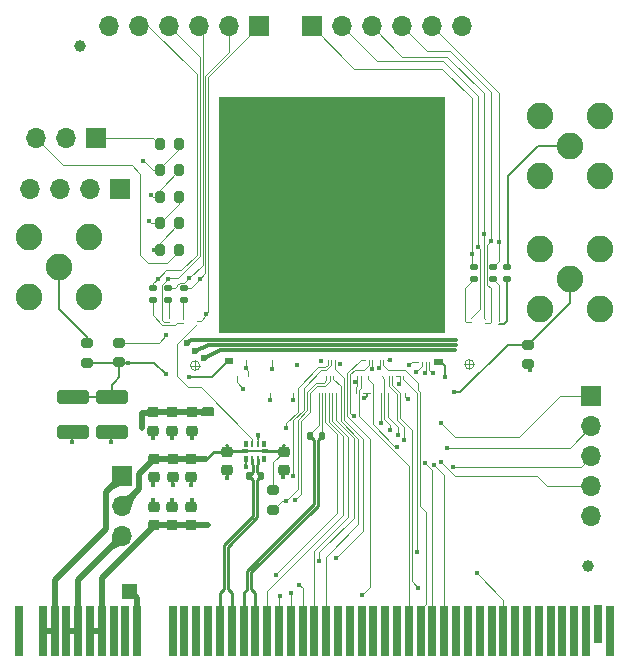
<source format=gbr>
G04 #@! TF.GenerationSoftware,KiCad,Pcbnew,(6.0.10)*
G04 #@! TF.CreationDate,2023-02-10T19:23:52+01:00*
G04 #@! TF.ProjectId,astropix_v3,61737472-6f70-4697-985f-76332e6b6963,1.0*
G04 #@! TF.SameCoordinates,Original*
G04 #@! TF.FileFunction,Copper,L1,Top*
G04 #@! TF.FilePolarity,Positive*
%FSLAX46Y46*%
G04 Gerber Fmt 4.6, Leading zero omitted, Abs format (unit mm)*
G04 Created by KiCad (PCBNEW (6.0.10)) date 2023-02-10 19:23:52*
%MOMM*%
%LPD*%
G01*
G04 APERTURE LIST*
G04 Aperture macros list*
%AMRoundRect*
0 Rectangle with rounded corners*
0 $1 Rounding radius*
0 $2 $3 $4 $5 $6 $7 $8 $9 X,Y pos of 4 corners*
0 Add a 4 corners polygon primitive as box body*
4,1,4,$2,$3,$4,$5,$6,$7,$8,$9,$2,$3,0*
0 Add four circle primitives for the rounded corners*
1,1,$1+$1,$2,$3*
1,1,$1+$1,$4,$5*
1,1,$1+$1,$6,$7*
1,1,$1+$1,$8,$9*
0 Add four rect primitives between the rounded corners*
20,1,$1+$1,$2,$3,$4,$5,0*
20,1,$1+$1,$4,$5,$6,$7,0*
20,1,$1+$1,$6,$7,$8,$9,0*
20,1,$1+$1,$8,$9,$2,$3,0*%
G04 Aperture macros list end*
G04 #@! TA.AperFunction,EtchedComponent*
%ADD10C,0.100000*%
G04 #@! TD*
G04 #@! TA.AperFunction,EtchedComponent*
%ADD11C,0.125000*%
G04 #@! TD*
G04 #@! TA.AperFunction,EtchedComponent*
%ADD12C,0.300000*%
G04 #@! TD*
G04 #@! TA.AperFunction,EtchedComponent*
%ADD13C,0.120000*%
G04 #@! TD*
G04 #@! TA.AperFunction,SMDPad,CuDef*
%ADD14RoundRect,0.225000X-0.250000X0.225000X-0.250000X-0.225000X0.250000X-0.225000X0.250000X0.225000X0*%
G04 #@! TD*
G04 #@! TA.AperFunction,ComponentPad*
%ADD15C,2.250000*%
G04 #@! TD*
G04 #@! TA.AperFunction,ComponentPad*
%ADD16R,1.700000X1.700000*%
G04 #@! TD*
G04 #@! TA.AperFunction,ComponentPad*
%ADD17O,1.700000X1.700000*%
G04 #@! TD*
G04 #@! TA.AperFunction,SMDPad,CuDef*
%ADD18RoundRect,0.249999X1.100001X-0.325001X1.100001X0.325001X-1.100001X0.325001X-1.100001X-0.325001X0*%
G04 #@! TD*
G04 #@! TA.AperFunction,SMDPad,CuDef*
%ADD19C,1.000000*%
G04 #@! TD*
G04 #@! TA.AperFunction,SMDPad,CuDef*
%ADD20R,0.300000X0.575000*%
G04 #@! TD*
G04 #@! TA.AperFunction,SMDPad,CuDef*
%ADD21R,0.250000X0.575000*%
G04 #@! TD*
G04 #@! TA.AperFunction,SMDPad,CuDef*
%ADD22R,0.630000X0.350000*%
G04 #@! TD*
G04 #@! TA.AperFunction,SMDPad,CuDef*
%ADD23RoundRect,0.135000X-0.135000X-0.185000X0.135000X-0.185000X0.135000X0.185000X-0.135000X0.185000X0*%
G04 #@! TD*
G04 #@! TA.AperFunction,ConnectorPad*
%ADD24R,0.700000X4.300000*%
G04 #@! TD*
G04 #@! TA.AperFunction,ConnectorPad*
%ADD25R,0.700000X3.200000*%
G04 #@! TD*
G04 #@! TA.AperFunction,SMDPad,CuDef*
%ADD26RoundRect,0.225000X0.250000X-0.225000X0.250000X0.225000X-0.250000X0.225000X-0.250000X-0.225000X0*%
G04 #@! TD*
G04 #@! TA.AperFunction,SMDPad,CuDef*
%ADD27RoundRect,0.200000X-0.275000X0.200000X-0.275000X-0.200000X0.275000X-0.200000X0.275000X0.200000X0*%
G04 #@! TD*
G04 #@! TA.AperFunction,SMDPad,CuDef*
%ADD28RoundRect,0.135000X0.185000X-0.135000X0.185000X0.135000X-0.185000X0.135000X-0.185000X-0.135000X0*%
G04 #@! TD*
G04 #@! TA.AperFunction,SMDPad,CuDef*
%ADD29RoundRect,0.135000X-0.185000X0.135000X-0.185000X-0.135000X0.185000X-0.135000X0.185000X0.135000X0*%
G04 #@! TD*
G04 #@! TA.AperFunction,SMDPad,CuDef*
%ADD30RoundRect,0.200000X0.275000X-0.200000X0.275000X0.200000X-0.275000X0.200000X-0.275000X-0.200000X0*%
G04 #@! TD*
G04 #@! TA.AperFunction,ComponentPad*
%ADD31C,0.600000*%
G04 #@! TD*
G04 #@! TA.AperFunction,SMDPad,CuDef*
%ADD32R,0.600000X0.125000*%
G04 #@! TD*
G04 #@! TA.AperFunction,SMDPad,CuDef*
%ADD33R,0.125000X0.500000*%
G04 #@! TD*
G04 #@! TA.AperFunction,SMDPad,CuDef*
%ADD34R,0.125000X0.600000*%
G04 #@! TD*
G04 #@! TA.AperFunction,SMDPad,CuDef*
%ADD35R,0.100000X0.100000*%
G04 #@! TD*
G04 #@! TA.AperFunction,SMDPad,CuDef*
%ADD36R,19.210000X19.980000*%
G04 #@! TD*
G04 #@! TA.AperFunction,SMDPad,CuDef*
%ADD37RoundRect,0.200000X-0.200000X-0.275000X0.200000X-0.275000X0.200000X0.275000X-0.200000X0.275000X0*%
G04 #@! TD*
G04 #@! TA.AperFunction,ViaPad*
%ADD38C,0.450000*%
G04 #@! TD*
G04 #@! TA.AperFunction,Conductor*
%ADD39C,0.200000*%
G04 #@! TD*
G04 #@! TA.AperFunction,Conductor*
%ADD40C,0.125000*%
G04 #@! TD*
G04 #@! TA.AperFunction,Conductor*
%ADD41C,0.250000*%
G04 #@! TD*
G04 #@! TA.AperFunction,Conductor*
%ADD42C,0.500000*%
G04 #@! TD*
G04 #@! TA.AperFunction,Conductor*
%ADD43C,0.220000*%
G04 #@! TD*
G04 #@! TA.AperFunction,Conductor*
%ADD44C,0.150000*%
G04 #@! TD*
G04 APERTURE END LIST*
G04 #@! TO.C,U5*
G36*
X124175000Y-83140000D02*
G01*
X123575000Y-83140000D01*
X123575000Y-82740000D01*
X124175000Y-82740000D01*
X124175000Y-83140000D01*
G37*
D10*
X124175000Y-83140000D02*
X123575000Y-83140000D01*
X123575000Y-82740000D01*
X124175000Y-82740000D01*
X124175000Y-83140000D01*
G36*
X141955000Y-83213000D02*
G01*
X141335000Y-83213000D01*
X141335000Y-82813000D01*
X141955000Y-82813000D01*
X141955000Y-83213000D01*
G37*
X141955000Y-83213000D02*
X141335000Y-83213000D01*
X141335000Y-82813000D01*
X141955000Y-82813000D01*
X141955000Y-83213000D01*
D11*
X121475000Y-83350000D02*
G75*
G03*
X121475000Y-83350000I-400000J0D01*
G01*
X144700000Y-83250000D02*
G75*
G03*
X144700000Y-83250000I-400000J0D01*
G01*
D12*
X122235000Y-81650000D02*
X143185000Y-81650000D01*
X121800000Y-82700000D02*
X123300000Y-82075000D01*
D13*
X120725000Y-83350000D02*
X121475000Y-83350000D01*
D12*
X120765000Y-81225000D02*
X143135000Y-81225000D01*
D13*
X143950000Y-83250000D02*
X144700000Y-83250000D01*
X144300000Y-82900000D02*
X144300000Y-83650000D01*
D12*
X121100000Y-82100000D02*
X122235000Y-81650000D01*
X120400000Y-81400000D02*
X120765000Y-81225000D01*
D13*
X121075000Y-83000000D02*
X121075000Y-83750000D01*
D12*
X123300000Y-82075000D02*
X143110000Y-82075000D01*
G04 #@! TD*
D14*
G04 #@! TO.P,C8,1*
G04 #@! TO.N,VDD*
X120751600Y-91274600D03*
G04 #@! TO.P,C8,2*
G04 #@! TO.N,GND*
X120751600Y-92824600D03*
G04 #@! TD*
G04 #@! TO.P,C9,1*
G04 #@! TO.N,VDD*
X119176800Y-91274600D03*
G04 #@! TO.P,C9,2*
G04 #@! TO.N,GND*
X119176800Y-92824600D03*
G04 #@! TD*
G04 #@! TO.P,C10,1*
G04 #@! TO.N,VDD*
X117551200Y-91274600D03*
G04 #@! TO.P,C10,2*
G04 #@! TO.N,GND*
X117551200Y-92824600D03*
G04 #@! TD*
D15*
G04 #@! TO.P,J6,1,In*
G04 #@! TO.N,/HV_in_ext*
X109520000Y-75000000D03*
G04 #@! TO.P,J6,2,Ext*
G04 #@! TO.N,GND*
X106980000Y-72460000D03*
X112060000Y-77540000D03*
X106980000Y-77540000D03*
X112060000Y-72460000D03*
G04 #@! TD*
D16*
G04 #@! TO.P,J9,1,Pin_1*
G04 #@! TO.N,/spi_left_mosi*
X126492000Y-54610000D03*
D17*
G04 #@! TO.P,J9,2,Pin_2*
G04 #@! TO.N,/spi_left_miso0*
X123952000Y-54610000D03*
G04 #@! TO.P,J9,3,Pin_3*
G04 #@! TO.N,/spi_left_miso1*
X121412000Y-54610000D03*
G04 #@! TO.P,J9,4,Pin_4*
G04 #@! TO.N,/spi_left_clk*
X118872000Y-54610000D03*
G04 #@! TO.P,J9,5,Pin_5*
G04 #@! TO.N,/spi_left_csn*
X116332000Y-54610000D03*
G04 #@! TO.P,J9,6,Pin_6*
G04 #@! TO.N,GND*
X113792000Y-54610000D03*
G04 #@! TD*
D18*
G04 #@! TO.P,C6,1*
G04 #@! TO.N,GND*
X110693200Y-88978000D03*
G04 #@! TO.P,C6,2*
G04 #@! TO.N,suba*
X110693200Y-86028000D03*
G04 #@! TD*
G04 #@! TO.P,C4,1*
G04 #@! TO.N,GND*
X113995200Y-88978000D03*
G04 #@! TO.P,C4,2*
G04 #@! TO.N,suba*
X113995200Y-86028000D03*
G04 #@! TD*
D19*
G04 #@! TO.P,FID2,*
G04 #@! TO.N,*
X154305000Y-100330000D03*
G04 #@! TD*
D16*
G04 #@! TO.P,J10,1,Pin_1*
G04 #@! TO.N,/spi_right_clk*
X130937000Y-54610000D03*
D17*
G04 #@! TO.P,J10,2,Pin_2*
G04 #@! TO.N,/spi_right_miso1*
X133477000Y-54610000D03*
G04 #@! TO.P,J10,3,Pin_3*
G04 #@! TO.N,/spi_right_miso0*
X136017000Y-54610000D03*
G04 #@! TO.P,J10,4,Pin_4*
G04 #@! TO.N,/spi_right_csn*
X138557000Y-54610000D03*
G04 #@! TO.P,J10,5,Pin_5*
G04 #@! TO.N,/spi_right_mosi*
X141097000Y-54610000D03*
G04 #@! TO.P,J10,6,Pin_6*
G04 #@! TO.N,GND*
X143637000Y-54610000D03*
G04 #@! TD*
D20*
G04 #@! TO.P,U2,1,GND*
G04 #@! TO.N,GND*
X125410001Y-91237504D03*
D21*
G04 #@! TO.P,U2,2,IN+*
G04 #@! TO.N,/sample_clock_se_P*
X125910001Y-91237504D03*
G04 #@! TO.P,U2,3,IN-*
G04 #@! TO.N,/sample_clock_se_N*
X126410001Y-91237504D03*
D20*
G04 #@! TO.P,U2,4,NC*
G04 #@! TO.N,unconnected-(U2-Pad4)*
X126910001Y-91237504D03*
D22*
G04 #@! TO.P,U2,5,VCC*
G04 #@! TO.N,VDD*
X127020001Y-90600004D03*
D20*
G04 #@! TO.P,U2,6,NC*
G04 #@! TO.N,unconnected-(U2-Pad6)*
X126910001Y-89962504D03*
D21*
G04 #@! TO.P,U2,7,GND*
G04 #@! TO.N,GND*
X126410001Y-89962504D03*
G04 #@! TO.P,U2,8,OUT*
G04 #@! TO.N,/sample_clock_se_in*
X125910001Y-89962504D03*
D20*
G04 #@! TO.P,U2,9,NC*
G04 #@! TO.N,unconnected-(U2-Pad9)*
X125410001Y-89962504D03*
D22*
G04 #@! TO.P,U2,10,VDD*
G04 #@! TO.N,VDD*
X125300001Y-90600004D03*
G04 #@! TD*
D23*
G04 #@! TO.P,R3,1*
G04 #@! TO.N,/sample_clock_se_P*
X125650001Y-92682804D03*
G04 #@! TO.P,R3,2*
G04 #@! TO.N,/sample_clock_se_N*
X126670001Y-92682804D03*
G04 #@! TD*
D14*
G04 #@! TO.P,C12,1*
G04 #@! TO.N,VDD*
X128573001Y-90637804D03*
G04 #@! TO.P,C12,2*
G04 #@! TO.N,GND*
X128573001Y-92187804D03*
G04 #@! TD*
D24*
G04 #@! TO.P,J1,B1,HV*
G04 #@! TO.N,unconnected-(J1-PadB1)*
X106172000Y-105791000D03*
G04 #@! TO.P,J1,B3,VDD18*
G04 #@! TO.N,/VDD18_in*
X108172000Y-105791000D03*
G04 #@! TO.P,J1,B4,VDD18*
X109172000Y-105791000D03*
G04 #@! TO.P,J1,B5,POW4*
G04 #@! TO.N,/POW4_in*
X110172000Y-105791000D03*
G04 #@! TO.P,J1,B6,POW4*
X111172000Y-105791000D03*
G04 #@! TO.P,J1,B7,POW6*
G04 #@! TO.N,VDDA*
X112172000Y-105791000D03*
G04 #@! TO.P,J1,B8,POW6*
X113172000Y-105791000D03*
G04 #@! TO.P,J1,B9,POW8*
G04 #@! TO.N,unconnected-(J1-PadB9)*
X114172000Y-105791000D03*
G04 #@! TO.P,J1,B10,POW8*
G04 #@! TO.N,unconnected-(J1-PadB10)*
X115172000Y-105791000D03*
G04 #@! TO.P,J1,B11,GND*
G04 #@! TO.N,GND*
X116172000Y-105791000D03*
G04 #@! TO.P,J1,B12,C1_4*
G04 #@! TO.N,unconnected-(J1-PadB12)*
X119172000Y-105791000D03*
G04 #@! TO.P,J1,B13,C1_3*
G04 #@! TO.N,unconnected-(J1-PadB13)*
X120172000Y-105791000D03*
G04 #@! TO.P,J1,B14,C1_8*
G04 #@! TO.N,unconnected-(J1-PadB14)*
X121172000Y-105791000D03*
G04 #@! TO.P,J1,B15,C1_7*
G04 #@! TO.N,unconnected-(J1-PadB15)*
X122172000Y-105791000D03*
G04 #@! TO.P,J1,B16,FMC_LA24_P*
G04 #@! TO.N,/sample_clock_se_P*
X123172000Y-105791000D03*
G04 #@! TO.P,J1,B17,FMC_LA24_N*
G04 #@! TO.N,/sample_clock_se_N*
X124172000Y-105791000D03*
G04 #@! TO.P,J1,B18,FMC_LA22_P*
G04 #@! TO.N,/sample_clock_P*
X125172000Y-105791000D03*
G04 #@! TO.P,J1,B19,FMC_LA22_N*
G04 #@! TO.N,/sample_clock_N*
X126172000Y-105791000D03*
G04 #@! TO.P,J1,B20,FMC_LA20_P*
G04 #@! TO.N,/hold*
X127172000Y-105791000D03*
G04 #@! TO.P,J1,B21,FMC_LA20_N*
G04 #@! TO.N,/timestamp_clk*
X128172000Y-105791000D03*
G04 #@! TO.P,J1,B22,FMC_LA18_CC_P*
G04 #@! TO.N,/interrupt*
X129172000Y-105791000D03*
G04 #@! TO.P,J1,B23,FMC_LA18_CC_N*
G04 #@! TO.N,/res_n*
X130172000Y-105791000D03*
G04 #@! TO.P,J1,B24,C2_4*
G04 #@! TO.N,/sr_ld*
X131172000Y-105791000D03*
G04 #@! TO.P,J1,B25,C2_3*
G04 #@! TO.N,/sr_sin*
X132172000Y-105791000D03*
G04 #@! TO.P,J1,B26,C2_8*
G04 #@! TO.N,unconnected-(J1-PadB26)*
X133172000Y-105791000D03*
G04 #@! TO.P,J1,B27,C2_7*
G04 #@! TO.N,unconnected-(J1-PadB27)*
X134172000Y-105791000D03*
G04 #@! TO.P,J1,B28,C3_4*
G04 #@! TO.N,unconnected-(J1-PadB28)*
X135172000Y-105791000D03*
G04 #@! TO.P,J1,B29,C3_3*
G04 #@! TO.N,unconnected-(J1-PadB29)*
X136172000Y-105791000D03*
G04 #@! TO.P,J1,B30,C3_8*
G04 #@! TO.N,unconnected-(J1-PadB30)*
X137172000Y-105791000D03*
G04 #@! TO.P,J1,B31,C3_7*
G04 #@! TO.N,unconnected-(J1-PadB31)*
X138172000Y-105791000D03*
G04 #@! TO.P,J1,B32,C4_4*
G04 #@! TO.N,/DAC_blpix*
X139172000Y-105791000D03*
G04 #@! TO.P,J1,B33,C4_3*
G04 #@! TO.N,/DAC_VCasc2!*
X140172000Y-105791000D03*
G04 #@! TO.P,J1,B34,C4_8*
G04 #@! TO.N,/DAC_ThPix*
X141172000Y-105791000D03*
G04 #@! TO.P,J1,B35,C4_7*
G04 #@! TO.N,/DAC_vminuspix*
X142172000Y-105791000D03*
G04 #@! TO.P,J1,B36,C5_4*
G04 #@! TO.N,unconnected-(J1-PadB36)*
X143172000Y-105791000D03*
G04 #@! TO.P,J1,B37,C5_3*
G04 #@! TO.N,unconnected-(J1-PadB37)*
X144172000Y-105791000D03*
G04 #@! TO.P,J1,B38,C5_8*
G04 #@! TO.N,unconnected-(J1-PadB38)*
X145172000Y-105791000D03*
G04 #@! TO.P,J1,B39,C5_7*
G04 #@! TO.N,unconnected-(J1-PadB39)*
X146172000Y-105791000D03*
G04 #@! TO.P,J1,B40,FMC_LA16_P*
G04 #@! TO.N,/DigInj*
X147172000Y-105791000D03*
G04 #@! TO.P,J1,B41,FMC_LA16_N*
G04 #@! TO.N,unconnected-(J1-PadB41)*
X148172000Y-105791000D03*
G04 #@! TO.P,J1,B42,FMC_LA14_P*
G04 #@! TO.N,unconnected-(J1-PadB42)*
X149172000Y-105791000D03*
G04 #@! TO.P,J1,B43,FMC_LA14_N*
G04 #@! TO.N,unconnected-(J1-PadB43)*
X150172000Y-105791000D03*
G04 #@! TO.P,J1,B44,FMC_LA12_P*
G04 #@! TO.N,unconnected-(J1-PadB44)*
X151172000Y-105791000D03*
G04 #@! TO.P,J1,B45,FMC_LA12_N*
G04 #@! TO.N,unconnected-(J1-PadB45)*
X152172000Y-105791000D03*
G04 #@! TO.P,J1,B46,FMC_LA10_P*
G04 #@! TO.N,unconnected-(J1-PadB46)*
X153172000Y-105791000D03*
G04 #@! TO.P,J1,B47,FMC_LA10_N*
G04 #@! TO.N,unconnected-(J1-PadB47)*
X154172000Y-105791000D03*
D25*
G04 #@! TO.P,J1,B48,FMC_LA08_P*
G04 #@! TO.N,unconnected-(J1-PadB48)*
X155172000Y-105241000D03*
D24*
G04 #@! TO.P,J1,B49,FMC_LA08_N*
G04 #@! TO.N,unconnected-(J1-PadB49)*
X156172000Y-105791000D03*
G04 #@! TD*
D16*
G04 #@! TO.P,JP1,1,A*
G04 #@! TO.N,/VDD18_in*
X114909600Y-92710000D03*
D17*
G04 #@! TO.P,JP1,2,C*
G04 #@! TO.N,VDD*
X114909600Y-95250000D03*
G04 #@! TO.P,JP1,3,B*
G04 #@! TO.N,/POW4_in*
X114909600Y-97790000D03*
G04 #@! TD*
D26*
G04 #@! TO.P,C11,1*
G04 #@! TO.N,VDDA*
X120751600Y-96863200D03*
G04 #@! TO.P,C11,2*
G04 #@! TO.N,GND*
X120751600Y-95313200D03*
G04 #@! TD*
G04 #@! TO.P,C13,1*
G04 #@! TO.N,VDDA*
X119151400Y-96863200D03*
G04 #@! TO.P,C13,2*
G04 #@! TO.N,GND*
X119151400Y-95313200D03*
G04 #@! TD*
D14*
G04 #@! TO.P,C7,1*
G04 #@! TO.N,VDD*
X123797801Y-90637804D03*
G04 #@! TO.P,C7,2*
G04 #@! TO.N,GND*
X123797801Y-92187804D03*
G04 #@! TD*
D27*
G04 #@! TO.P,R12,1*
G04 #@! TO.N,/HV_in_ext*
X111900000Y-81475000D03*
G04 #@! TO.P,R12,2*
G04 #@! TO.N,suba*
X111900000Y-83125000D03*
G04 #@! TD*
D26*
G04 #@! TO.P,C14,1*
G04 #@! TO.N,VDDA*
X117576600Y-96863200D03*
G04 #@! TO.P,C14,2*
G04 #@! TO.N,GND*
X117576600Y-95313200D03*
G04 #@! TD*
D28*
G04 #@! TO.P,R13,1*
G04 #@! TO.N,Net-(R13-Pad1)*
X120100000Y-77810000D03*
G04 #@! TO.P,R13,2*
G04 #@! TO.N,/spi_left_miso0*
X120100000Y-76790000D03*
G04 #@! TD*
G04 #@! TO.P,R14,1*
G04 #@! TO.N,Net-(R14-Pad1)*
X117500000Y-77810000D03*
G04 #@! TO.P,R14,2*
G04 #@! TO.N,/spi_left_csn*
X117500000Y-76790000D03*
G04 #@! TD*
D29*
G04 #@! TO.P,R17,1*
G04 #@! TO.N,/spi_right_mosi*
X146300000Y-74990000D03*
G04 #@! TO.P,R17,2*
G04 #@! TO.N,Net-(R17-Pad2)*
X146300000Y-76010000D03*
G04 #@! TD*
G04 #@! TO.P,R18,1*
G04 #@! TO.N,/spi_right_clk*
X144700000Y-74990000D03*
G04 #@! TO.P,R18,2*
G04 #@! TO.N,Net-(R18-Pad2)*
X144700000Y-76010000D03*
G04 #@! TD*
D28*
G04 #@! TO.P,R10,1*
G04 #@! TO.N,Net-(R10-Pad1)*
X118800000Y-77810000D03*
G04 #@! TO.P,R10,2*
G04 #@! TO.N,/spi_left_miso1*
X118800000Y-76790000D03*
G04 #@! TD*
D29*
G04 #@! TO.P,R8,1*
G04 #@! TO.N,/sc_out*
X147500000Y-74990000D03*
G04 #@! TO.P,R8,2*
G04 #@! TO.N,Net-(R8-Pad2)*
X147500000Y-76010000D03*
G04 #@! TD*
D19*
G04 #@! TO.P,FID1,*
G04 #@! TO.N,*
X111300000Y-56300000D03*
G04 #@! TD*
D15*
G04 #@! TO.P,J5,1,In*
G04 #@! TO.N,/sc_out*
X152800000Y-64800000D03*
G04 #@! TO.P,J5,2,Ext*
G04 #@! TO.N,GND*
X155340000Y-67340000D03*
X155340000Y-62260000D03*
X150260000Y-62260000D03*
X150260000Y-67340000D03*
G04 #@! TD*
D30*
G04 #@! TO.P,R11,1*
G04 #@! TO.N,suba*
X114650000Y-83075000D03*
G04 #@! TO.P,R11,2*
G04 #@! TO.N,Net-(R11-Pad2)*
X114650000Y-81425000D03*
G04 #@! TD*
D15*
G04 #@! TO.P,J4,1,In*
G04 #@! TO.N,Net-(J4-Pad1)*
X152800000Y-76000000D03*
G04 #@! TO.P,J4,2,Ext*
G04 #@! TO.N,GND*
X150260000Y-78540000D03*
X155340000Y-73460000D03*
X150260000Y-73460000D03*
X155340000Y-78540000D03*
G04 #@! TD*
D31*
G04 #@! TO.P,U5,VSSA_Ring,VSSA_Ring*
G04 #@! TO.N,VSSA*
X121800000Y-82700000D03*
G04 #@! TO.P,U5,VDDD_Ring,VDDD_Ring*
G04 #@! TO.N,VDD*
X121100000Y-82100000D03*
G04 #@! TO.P,U5,VDDA_Ring,VDDA_Ring*
G04 #@! TO.N,VDDA*
X120400000Y-81400000D03*
D32*
G04 #@! TO.P,U5,R6,SPI_right_MISO1*
G04 #@! TO.N,/spi_right_miso1*
X144450000Y-79345000D03*
G04 #@! TO.P,U5,R5,SPI_right_MISO0*
G04 #@! TO.N,/spi_right_miso0*
X145600000Y-79445000D03*
G04 #@! TO.P,U5,R4,SPI_right_MOSI*
G04 #@! TO.N,Net-(R17-Pad2)*
X146800000Y-79545000D03*
G04 #@! TO.P,U5,R3,SPI_right_CLK*
G04 #@! TO.N,Net-(R18-Pad2)*
X144450000Y-79645000D03*
G04 #@! TO.P,U5,R2,SPI_right_CSN*
G04 #@! TO.N,/spi_right_csn*
X145600000Y-79745000D03*
G04 #@! TO.P,U5,R1,sample_clock_right*
G04 #@! TO.N,Net-(R8-Pad2)*
X146800000Y-79845000D03*
G04 #@! TO.P,U5,L6,sample_clock_left*
G04 #@! TO.N,/sample_clock_se_in*
X121200000Y-79845000D03*
G04 #@! TO.P,U5,L5,SPI_left_CSN*
G04 #@! TO.N,Net-(R14-Pad1)*
X120050000Y-79745000D03*
G04 #@! TO.P,U5,L4,SPI_left_CLK*
G04 #@! TO.N,/spi_left_clk*
X118850000Y-79645000D03*
G04 #@! TO.P,U5,L3,SPI_left_MOSI*
G04 #@! TO.N,/spi_left_mosi*
X121200000Y-79545000D03*
G04 #@! TO.P,U5,L2,SPI_left_MISO0*
G04 #@! TO.N,Net-(R13-Pad1)*
X120050000Y-79445000D03*
G04 #@! TO.P,U5,L1,SPI_left_MISO1*
G04 #@! TO.N,Net-(R10-Pad1)*
X118850000Y-79345000D03*
D33*
G04 #@! TO.P,U5,B94,sub!*
G04 #@! TO.N,suba*
X141850000Y-83013000D03*
G04 #@! TO.P,U5,B93,sub!*
X141715000Y-83013000D03*
G04 #@! TO.P,U5,B92,sub!*
X141590000Y-83013000D03*
G04 #@! TO.P,U5,B91,sub!*
X141465000Y-83013000D03*
D34*
G04 #@! TO.P,U5,B90,ring1*
G04 #@! TO.N,/ring1*
X140885000Y-83025000D03*
G04 #@! TO.P,U5,B89,ring2*
G04 #@! TO.N,/ring2*
X140585000Y-83025000D03*
G04 #@! TO.P,U5,B88,ring3*
G04 #@! TO.N,/ring3*
X140285000Y-83025000D03*
G04 #@! TO.P,U5,B87,ring4*
G04 #@! TO.N,/ring4*
X139985000Y-83025000D03*
G04 #@! TO.P,U5,B86,gnd!*
G04 #@! TO.N,GND*
X138885000Y-85700000D03*
D35*
G04 #@! TO.P,U5,B85*
G04 #@! TO.N,N/C*
X138785000Y-81600000D03*
D34*
G04 #@! TO.P,U5,B84,DigInj*
G04 #@! TO.N,/DigInj*
X138685000Y-84250000D03*
G04 #@! TO.P,U5,B83,gnda!*
G04 #@! TO.N,GND*
X138385000Y-84250000D03*
G04 #@! TO.P,U5,B80,gnda!*
X138085000Y-84250000D03*
G04 #@! TO.P,U5,B77,ThPMOS*
G04 #@! TO.N,/DAC_ThPMOS*
X137785000Y-84250000D03*
G04 #@! TO.P,U5,B75,Vtemp3*
G04 #@! TO.N,Net-(J3-Pad4)*
X137485000Y-84250000D03*
G04 #@! TO.P,U5,B74,Vtemp2*
G04 #@! TO.N,Net-(J3-Pad3)*
X137385000Y-85700000D03*
G04 #@! TO.P,U5,B73,gnda!*
G04 #@! TO.N,GND*
X137285000Y-82850000D03*
G04 #@! TO.P,U5,B70,Vcasc2!*
G04 #@! TO.N,/DAC_VCasc2!*
X136985000Y-82850000D03*
G04 #@! TO.P,U5,B69,Vtemp1*
G04 #@! TO.N,Net-(J3-Pad2)*
X136885000Y-84250000D03*
G04 #@! TO.P,U5,B68,Vtemp0*
G04 #@! TO.N,Net-(J3-Pad1)*
X136785000Y-85700000D03*
G04 #@! TO.P,U5,B67,gnda!*
G04 #@! TO.N,GND*
X136685000Y-82850000D03*
G04 #@! TO.P,U5,B62,ampout*
G04 #@! TO.N,Net-(J4-Pad1)*
X136085000Y-82850000D03*
G04 #@! TO.P,U5,B60,gnda!*
G04 #@! TO.N,GND*
X135885000Y-85700000D03*
G04 #@! TO.P,U5,B59,vminuspix*
G04 #@! TO.N,/DAC_vminuspix*
X135785000Y-82850000D03*
G04 #@! TO.P,U5,B58,ThPix*
G04 #@! TO.N,/DAC_ThPix*
X135685000Y-84250000D03*
G04 #@! TO.P,U5,B57,gnda!*
G04 #@! TO.N,GND*
X135585000Y-85700000D03*
G04 #@! TO.P,U5,B56,Inj*
G04 #@! TO.N,/Inj*
X135485000Y-82850000D03*
G04 #@! TO.P,U5,B54,gnda!*
G04 #@! TO.N,GND*
X135285000Y-85700000D03*
G04 #@! TO.P,U5,B52,blpix*
G04 #@! TO.N,/DAC_blpix*
X135085000Y-84250000D03*
G04 #@! TO.P,U5,B49,gnda!*
G04 #@! TO.N,GND*
X134785000Y-84250000D03*
G04 #@! TO.P,U5,B48,gnda!*
X134685000Y-85700000D03*
G04 #@! TO.P,U5,B41,gnd!*
X133185000Y-82850000D03*
G04 #@! TO.P,U5,B39,sr_SOUT*
G04 #@! TO.N,/sr_out*
X132985000Y-85700000D03*
G04 #@! TO.P,U5,B38,sr_RB*
G04 #@! TO.N,/sr_rb*
X132885000Y-82850000D03*
G04 #@! TO.P,U5,B37,sr_SIN*
G04 #@! TO.N,/sr_sin*
X132785000Y-84250000D03*
G04 #@! TO.P,U5,B36,sr_LOAD*
G04 #@! TO.N,/sr_ld*
X132685000Y-85700000D03*
G04 #@! TO.P,U5,B35,sr_CK2*
G04 #@! TO.N,/sr_ck2*
X132585000Y-82850000D03*
G04 #@! TO.P,U5,B34,sr_CK1*
G04 #@! TO.N,/sr_ck1*
X132485000Y-84250000D03*
G04 #@! TO.P,U5,B33,hold*
G04 #@! TO.N,/hold*
X132385000Y-85700000D03*
G04 #@! TO.P,U5,B32,timestamp_clk*
G04 #@! TO.N,/timestamp_clk*
X132285000Y-82850000D03*
G04 #@! TO.P,U5,B31,res_n*
G04 #@! TO.N,/res_n*
X132185000Y-84250000D03*
G04 #@! TO.P,U5,B30,interrupt*
G04 #@! TO.N,/interrupt*
X132085000Y-85700000D03*
G04 #@! TO.P,U5,B29,gnd!*
G04 #@! TO.N,GND*
X131985000Y-82850000D03*
G04 #@! TO.P,U5,B27,sample_clock_n*
G04 #@! TO.N,/sample_clock_N*
X131785000Y-85700000D03*
G04 #@! TO.P,U5,B26,sample_clock_p*
G04 #@! TO.N,/sample_clock_P*
X131535000Y-85700000D03*
G04 #@! TO.P,U5,B23,gnda!*
G04 #@! TO.N,GND*
X129585000Y-82850000D03*
G04 #@! TO.P,U5,B21,gnda!*
X129385000Y-85700000D03*
G04 #@! TO.P,U5,B17,gnda!*
X127585000Y-82850000D03*
G04 #@! TO.P,U5,B15,gnda!*
X127385000Y-85700000D03*
G04 #@! TO.P,U5,B11,gnda!*
X125585000Y-84250000D03*
G04 #@! TO.P,U5,B9,gnda!*
X125385000Y-82850000D03*
G04 #@! TO.P,U5,B5,subpixels*
G04 #@! TO.N,Net-(R11-Pad2)*
X124585000Y-84250000D03*
D33*
G04 #@! TO.P,U5,B4,sub!*
G04 #@! TO.N,suba*
X124110000Y-82940000D03*
G04 #@! TO.P,U5,B3,sub!*
X123975000Y-82940000D03*
G04 #@! TO.P,U5,B2,sub!*
X123850000Y-82940000D03*
G04 #@! TO.P,U5,B1,sub!*
X123725000Y-82940000D03*
D36*
G04 #@! TO.P,U5,B0,sub!*
X132705000Y-70600000D03*
G04 #@! TD*
D16*
G04 #@! TO.P,J2,1,Pin_1*
G04 #@! TO.N,/ring1*
X114700000Y-68400000D03*
D17*
G04 #@! TO.P,J2,2,Pin_2*
G04 #@! TO.N,/ring2*
X112160000Y-68400000D03*
G04 #@! TO.P,J2,3,Pin_3*
G04 #@! TO.N,/ring3*
X109620000Y-68400000D03*
G04 #@! TO.P,J2,4,Pin_4*
G04 #@! TO.N,/ring4*
X107080000Y-68400000D03*
G04 #@! TD*
D37*
G04 #@! TO.P,R9,1*
G04 #@! TO.N,/ring1*
X118100000Y-66800000D03*
G04 #@! TO.P,R9,2*
G04 #@! TO.N,/ring2*
X119750000Y-66800000D03*
G04 #@! TD*
D14*
G04 #@! TO.P,C2,1*
G04 #@! TO.N,VSSA*
X120800000Y-87325000D03*
G04 #@! TO.P,C2,2*
G04 #@! TO.N,GND*
X120800000Y-88875000D03*
G04 #@! TD*
D37*
G04 #@! TO.P,R16,1*
G04 #@! TO.N,/ring3*
X118100000Y-71300000D03*
G04 #@! TO.P,R16,2*
G04 #@! TO.N,/ring4*
X119750000Y-71300000D03*
G04 #@! TD*
D14*
G04 #@! TO.P,C15,1*
G04 #@! TO.N,VSSA*
X119150000Y-87325000D03*
G04 #@! TO.P,C15,2*
G04 #@! TO.N,GND*
X119150000Y-88875000D03*
G04 #@! TD*
D23*
G04 #@! TO.P,R4,1*
G04 #@! TO.N,/sample_clock_P*
X130790000Y-89300000D03*
G04 #@! TO.P,R4,2*
G04 #@! TO.N,/sample_clock_N*
X131810000Y-89300000D03*
G04 #@! TD*
D37*
G04 #@! TO.P,R19,1*
G04 #@! TO.N,/ring4*
X118100000Y-73600000D03*
G04 #@! TO.P,R19,2*
G04 #@! TO.N,Net-(J7-Pad3)*
X119750000Y-73600000D03*
G04 #@! TD*
D27*
G04 #@! TO.P,R5,1*
G04 #@! TO.N,VDD*
X127700000Y-93900000D03*
G04 #@! TO.P,R5,2*
G04 #@! TO.N,/res_n*
X127700000Y-95550000D03*
G04 #@! TD*
D37*
G04 #@! TO.P,R6,1*
G04 #@! TO.N,Net-(J7-Pad1)*
X118100000Y-64600000D03*
G04 #@! TO.P,R6,2*
G04 #@! TO.N,/ring1*
X119750000Y-64600000D03*
G04 #@! TD*
D16*
G04 #@! TO.P,J7,1,Pin_1*
G04 #@! TO.N,Net-(J7-Pad1)*
X112700000Y-64100000D03*
D17*
G04 #@! TO.P,J7,2,Pin_2*
G04 #@! TO.N,GND*
X110160000Y-64100000D03*
G04 #@! TO.P,J7,3,Pin_3*
G04 #@! TO.N,Net-(J7-Pad3)*
X107620000Y-64100000D03*
G04 #@! TD*
D16*
G04 #@! TO.P,J3,1,Pin_1*
G04 #@! TO.N,Net-(J3-Pad1)*
X154600000Y-85960000D03*
D17*
G04 #@! TO.P,J3,2,Pin_2*
G04 #@! TO.N,Net-(J3-Pad2)*
X154600000Y-88500000D03*
G04 #@! TO.P,J3,3,Pin_3*
G04 #@! TO.N,Net-(J3-Pad3)*
X154600000Y-91040000D03*
G04 #@! TO.P,J3,4,Pin_4*
G04 #@! TO.N,Net-(J3-Pad4)*
X154600000Y-93580000D03*
G04 #@! TO.P,J3,5,Pin_5*
G04 #@! TO.N,GND*
X154600000Y-96120000D03*
G04 #@! TD*
D14*
G04 #@! TO.P,C1,1*
G04 #@! TO.N,VSSA*
X117550000Y-87325000D03*
G04 #@! TO.P,C1,2*
G04 #@! TO.N,GND*
X117550000Y-88875000D03*
G04 #@! TD*
D37*
G04 #@! TO.P,R15,1*
G04 #@! TO.N,/ring2*
X118100000Y-69100000D03*
G04 #@! TO.P,R15,2*
G04 #@! TO.N,/ring3*
X119750000Y-69100000D03*
G04 #@! TD*
D27*
G04 #@! TO.P,R2,1*
G04 #@! TO.N,Net-(J4-Pad1)*
X149300000Y-81575000D03*
G04 #@! TO.P,R2,2*
G04 #@! TO.N,GND*
X149300000Y-83225000D03*
G04 #@! TD*
D38*
G04 #@! TO.N,suba*
X123400000Y-70600000D03*
G04 #@! TO.N,VDD*
X122025400Y-91274600D03*
X121523700Y-91274600D03*
G04 #@! TO.N,VDDA*
X121551404Y-96863200D03*
X122123200Y-96850200D03*
G04 #@! TO.N,suba*
X118600000Y-84100000D03*
X142200000Y-84300000D03*
X120525279Y-84289388D03*
X115400000Y-83100000D03*
G04 #@! TO.N,Net-(J3-Pad1)*
X136800000Y-88200000D03*
X141900000Y-88200000D03*
G04 #@! TO.N,/res_n*
X129901386Y-101901386D03*
X128750000Y-94800000D03*
G04 #@! TO.N,Net-(J4-Pad1)*
X143000000Y-85600000D03*
X136085000Y-83635000D03*
G04 #@! TO.N,/Inj*
X135200000Y-102800000D03*
G04 #@! TO.N,/DAC_vminuspix*
X134508715Y-87608886D03*
X141312479Y-91777953D03*
G04 #@! TO.N,/DAC_ThPix*
X140561501Y-91609631D03*
X138175249Y-90216461D03*
G04 #@! TO.N,/timestamp_clk*
X128800000Y-88600000D03*
X128300000Y-102850000D03*
G04 #@! TO.N,/sr_ck2*
X129338489Y-92700000D03*
G04 #@! TO.N,/sr_ck1*
X129500000Y-94700000D03*
G04 #@! TO.N,GND*
X128547601Y-92809810D03*
X139088000Y-86200000D03*
X120777000Y-94742000D03*
X125347197Y-91920804D03*
X136657557Y-83538000D03*
X149411002Y-83757228D03*
X125385000Y-83585000D03*
X117500400Y-93421200D03*
X129338000Y-86300000D03*
X119150000Y-89450000D03*
X115824000Y-102717600D03*
X119176800Y-93421200D03*
X134611520Y-84750000D03*
X129700000Y-83300000D03*
X115214400Y-102743000D03*
X120800000Y-89450000D03*
X131750000Y-83000000D03*
X120751600Y-93421200D03*
X117550000Y-89450000D03*
X115824000Y-102108000D03*
X138350000Y-84900000D03*
X110642400Y-89814400D03*
X117500388Y-94691200D03*
X123797801Y-92835204D03*
X133350000Y-83250000D03*
X119151402Y-94691200D03*
X127600000Y-83600000D03*
X126439401Y-89253804D03*
X115214400Y-102108000D03*
X127400000Y-86300000D03*
X135412000Y-86100000D03*
X137550000Y-82850000D03*
X113944400Y-89814398D03*
G04 #@! TO.N,/interrupt*
X129150000Y-102600000D03*
X127942344Y-101075000D03*
G04 #@! TO.N,/spi_left_csn*
X117900000Y-76000000D03*
G04 #@! TO.N,/spi_left_clk*
X118807298Y-76007298D03*
G04 #@! TO.N,/spi_left_mosi*
X121991250Y-78991250D03*
G04 #@! TO.N,/spi_left_miso0*
X121500000Y-76000000D03*
G04 #@! TO.N,/spi_left_miso1*
X120552861Y-75952861D03*
G04 #@! TO.N,/spi_right_csn*
X146100000Y-72800000D03*
G04 #@! TO.N,/spi_right_clk*
X144500000Y-73900000D03*
G04 #@! TO.N,/spi_right_mosi*
X146800000Y-72900000D03*
G04 #@! TO.N,/spi_right_miso0*
X145500000Y-72200000D03*
G04 #@! TO.N,/spi_right_miso1*
X144997500Y-73300000D03*
G04 #@! TO.N,/sr_rb*
X132981510Y-99685838D03*
G04 #@! TO.N,/sr_out*
X131600000Y-99900000D03*
G04 #@! TO.N,/DigInj*
X139900000Y-99100000D03*
X144900000Y-100900000D03*
G04 #@! TO.N,/ring1*
X141200000Y-84000000D03*
X116694142Y-66014314D03*
G04 #@! TO.N,/ring2*
X140500000Y-84000000D03*
X117325000Y-68875000D03*
G04 #@! TO.N,/ring3*
X117193164Y-71138907D03*
X139808672Y-83891328D03*
G04 #@! TO.N,/ring4*
X139208672Y-83291328D03*
X117605164Y-73544836D03*
G04 #@! TO.N,Net-(J3-Pad2)*
X137600000Y-88800000D03*
X142400000Y-90300000D03*
G04 #@! TO.N,Net-(J3-Pad3)*
X138212281Y-89200000D03*
X142899244Y-91901275D03*
G04 #@! TO.N,Net-(J3-Pad4)*
X138788000Y-89673383D03*
X141932656Y-91517344D03*
G04 #@! TO.N,VSSA*
X116550000Y-88650000D03*
X122400000Y-87300000D03*
X116550000Y-87400000D03*
X116550000Y-88000000D03*
X121800000Y-87300000D03*
G04 #@! TO.N,/DAC_ThPMOS*
X139950000Y-102150000D03*
G04 #@! TO.N,Net-(R11-Pad2)*
X125100000Y-85300000D03*
X118600000Y-80800000D03*
G04 #@! TD*
D39*
G04 #@! TO.N,Net-(J4-Pad1)*
X143500000Y-85600000D02*
X143000000Y-85600000D01*
X149300000Y-81575000D02*
X147525000Y-81575000D01*
X147525000Y-81575000D02*
X143500000Y-85600000D01*
D40*
G04 #@! TO.N,Net-(J3-Pad1)*
X148500000Y-89400000D02*
X143100000Y-89400000D01*
X151940000Y-85960000D02*
X148500000Y-89400000D01*
X143100000Y-89400000D02*
X141900000Y-88200000D01*
X154600000Y-85960000D02*
X151940000Y-85960000D01*
G04 #@! TO.N,/spi_left_csn*
X117110000Y-54610000D02*
X116332000Y-54610000D01*
X118600000Y-75300000D02*
X119900000Y-75300000D01*
X121201957Y-58701957D02*
X117110000Y-54610000D01*
X117900000Y-76000000D02*
X118600000Y-75300000D01*
X119900000Y-75300000D02*
X121201957Y-73998043D01*
X121201957Y-73998043D02*
X121201957Y-58701957D01*
G04 #@! TO.N,/spi_left_miso1*
X121700978Y-74804745D02*
X120552861Y-75952861D01*
X121700979Y-54898979D02*
X121700978Y-74804745D01*
X121412000Y-54610000D02*
X121700979Y-54898979D01*
G04 #@! TO.N,VDD*
X127020002Y-90600000D02*
X128306005Y-90600000D01*
D41*
X121523700Y-91274600D02*
X122025400Y-91274600D01*
X123835605Y-90600000D02*
X123797801Y-90637804D01*
D40*
X128573001Y-90637804D02*
X127700000Y-91510805D01*
D42*
X117551200Y-91274600D02*
X122025400Y-91274600D01*
X116332000Y-92493800D02*
X117551200Y-91274600D01*
D41*
X128535197Y-90600000D02*
X128573001Y-90637804D01*
X122025400Y-91274600D02*
X122662196Y-90637804D01*
D39*
X125300001Y-90600004D02*
X127020001Y-90600004D01*
D41*
X127020002Y-90600000D02*
X128535197Y-90600000D01*
D42*
X114909600Y-95250000D02*
X116332000Y-93827600D01*
X116332000Y-93827600D02*
X116332000Y-92493800D01*
D40*
X127700000Y-91510805D02*
X127700000Y-93900000D01*
D41*
X122662196Y-90637804D02*
X123797801Y-90637804D01*
X125300000Y-90600000D02*
X123835605Y-90600000D01*
D42*
G04 #@! TO.N,VDDA*
X113172000Y-101340602D02*
X117551200Y-96961402D01*
X112172000Y-105791000D02*
X113172000Y-105791000D01*
D41*
X120751600Y-96863200D02*
X121551404Y-96863200D01*
D42*
X122110200Y-96863200D02*
X122123200Y-96850200D01*
X117551200Y-96961402D02*
X117551200Y-96863200D01*
X117551200Y-96863200D02*
X120751600Y-96863200D01*
X113172000Y-105791000D02*
X113172000Y-101340602D01*
X120751600Y-96863200D02*
X122110200Y-96863200D01*
D43*
G04 #@! TO.N,/sample_clock_se_P*
X125985001Y-91750002D02*
X125910002Y-91675003D01*
X125985001Y-96067511D02*
X125985001Y-93017804D01*
X123172000Y-105791000D02*
X123172000Y-102565999D01*
X123497000Y-98555512D02*
X125985001Y-96067511D01*
X125985001Y-93017804D02*
X125650001Y-92682804D01*
X125985001Y-92347804D02*
X125985001Y-91750002D01*
X125650001Y-92682804D02*
X125985001Y-92347804D01*
X123172000Y-102565999D02*
X123497000Y-102240999D01*
X123497000Y-102240999D02*
X123497000Y-98555512D01*
X125910002Y-91675003D02*
X125910002Y-91240003D01*
G04 #@! TO.N,/sample_clock_se_N*
X124172000Y-102565999D02*
X123847000Y-102240999D01*
X126335001Y-93017804D02*
X126670001Y-92682804D01*
X126670001Y-92682804D02*
X126335001Y-92347804D01*
X126410000Y-91675003D02*
X126410000Y-91240003D01*
X123847000Y-98700488D02*
X126335001Y-96212487D01*
X126335001Y-92347804D02*
X126335001Y-91750002D01*
X123847000Y-102240999D02*
X123847000Y-98700488D01*
X124172000Y-105791000D02*
X124172000Y-102565999D01*
X126335001Y-91750002D02*
X126410000Y-91675003D01*
X126335001Y-96212487D02*
X126335001Y-93017804D01*
D44*
G04 #@! TO.N,suba*
X142200000Y-83363000D02*
X142200000Y-84300000D01*
X141850000Y-83013000D02*
X142200000Y-83363000D01*
X117600000Y-83100000D02*
X118600000Y-84100000D01*
X115400000Y-83100000D02*
X117600000Y-83100000D01*
X114274600Y-84709000D02*
X114650000Y-84333600D01*
X123850000Y-82940000D02*
X122500612Y-84289388D01*
X113995200Y-84988400D02*
X114274600Y-84709000D01*
X113995200Y-86028000D02*
X113995200Y-84988400D01*
X110693200Y-86028000D02*
X113995200Y-86028000D01*
X114675000Y-83100000D02*
X114650000Y-83075000D01*
X122500612Y-84289388D02*
X120525279Y-84289388D01*
X114650000Y-84333600D02*
X114650000Y-83075000D01*
X111900000Y-83125000D02*
X114600000Y-83125000D01*
X115400000Y-83100000D02*
X114675000Y-83100000D01*
X114600000Y-83125000D02*
X114650000Y-83075000D01*
D40*
G04 #@! TO.N,Net-(J3-Pad1)*
X136785000Y-88185000D02*
X136800000Y-88200000D01*
X136785000Y-85700000D02*
X136785000Y-88185000D01*
D43*
G04 #@! TO.N,/sample_clock_N*
X126172000Y-105791000D02*
X126172000Y-102565999D01*
D40*
X131784520Y-89274520D02*
X131810000Y-89300000D01*
D43*
X125847000Y-102240999D02*
X125847000Y-100853000D01*
X125847000Y-100853000D02*
X131475000Y-95225000D01*
D40*
X131785000Y-85700000D02*
X131784520Y-85700480D01*
D43*
X131475000Y-95225000D02*
X131475000Y-89635000D01*
D40*
X131784520Y-85700480D02*
X131784520Y-89274520D01*
D43*
X131475000Y-89635000D02*
X131810000Y-89300000D01*
X126172000Y-102565999D02*
X125847000Y-102240999D01*
G04 #@! TO.N,/sample_clock_P*
X125172000Y-105791000D02*
X125172000Y-102565999D01*
X131125000Y-89635000D02*
X130790000Y-89300000D01*
X125497000Y-102240999D02*
X125497000Y-100703000D01*
X131125000Y-95075000D02*
X131125000Y-89635000D01*
D40*
X130790000Y-89300000D02*
X130790000Y-89110000D01*
X130790000Y-89110000D02*
X131535000Y-88365000D01*
D43*
X125497000Y-100703000D02*
X131125000Y-95075000D01*
D40*
X131535000Y-88365000D02*
X131535000Y-85700000D01*
D43*
X125172000Y-102565999D02*
X125497000Y-102240999D01*
D40*
G04 #@! TO.N,/res_n*
X132185000Y-84615000D02*
X132000000Y-84800000D01*
X132000000Y-84800000D02*
X131344652Y-84800000D01*
X130172000Y-102172000D02*
X129901386Y-101901386D01*
X128450000Y-94800000D02*
X127700000Y-95550000D01*
X132185000Y-84250000D02*
X132185000Y-84615000D01*
X128750000Y-94800000D02*
X129750489Y-93799511D01*
X130550498Y-87149502D02*
X130550499Y-85600000D01*
X129750489Y-93799511D02*
X129750490Y-87949510D01*
X128750000Y-94800000D02*
X128450000Y-94800000D01*
X131344652Y-84800000D02*
X130550499Y-85594153D01*
X129750490Y-87949510D02*
X130550498Y-87149502D01*
X130172000Y-105791000D02*
X130172000Y-102172000D01*
D39*
G04 #@! TO.N,Net-(J4-Pad1)*
X149300000Y-81575000D02*
X152800000Y-78075000D01*
D40*
X136085000Y-82850000D02*
X136085000Y-83635000D01*
D39*
X152800000Y-78075000D02*
X152800000Y-76000000D01*
D40*
G04 #@! TO.N,Net-(J7-Pad1)*
X117500000Y-64100000D02*
X118100000Y-64700000D01*
X112700000Y-64100000D02*
X117500000Y-64100000D01*
G04 #@! TO.N,/DAC_blpix*
X135085000Y-84250000D02*
X135085000Y-85265000D01*
X134950000Y-87650000D02*
X139172000Y-91872000D01*
X139172000Y-91872000D02*
X139172000Y-105791000D01*
X135085000Y-85265000D02*
X134950000Y-85400000D01*
X134950000Y-85400000D02*
X134950000Y-87650000D01*
G04 #@! TO.N,/Inj*
X135485000Y-82850000D02*
X135094652Y-82850000D01*
X135900000Y-102100000D02*
X135200000Y-102800000D01*
X133950000Y-83994652D02*
X133950000Y-87632827D01*
X133950000Y-87632827D02*
X135900000Y-89582827D01*
X135900000Y-89582827D02*
X135900000Y-102100000D01*
X135094652Y-82850000D02*
X133950000Y-83994652D01*
G04 #@! TO.N,/DAC_VCasc2!*
X137397500Y-83700000D02*
X138850000Y-83700000D01*
X138850000Y-83700000D02*
X139949501Y-84799501D01*
X140172000Y-103991000D02*
X140172000Y-105791000D01*
X139949501Y-84799501D02*
X139949501Y-85396653D01*
X140647000Y-95744138D02*
X140647000Y-103516000D01*
X140149501Y-85596653D02*
X140149501Y-95246639D01*
X140149501Y-95246639D02*
X140647000Y-95744138D01*
X140647000Y-103516000D02*
X140172000Y-103991000D01*
X136985000Y-83287500D02*
X137397500Y-83700000D01*
X136985000Y-82850000D02*
X136985000Y-83287500D01*
X139949501Y-85396653D02*
X140149501Y-85596653D01*
G04 #@! TO.N,/DAC_vminuspix*
X135785000Y-82850000D02*
X135785000Y-83275000D01*
X135360000Y-83700000D02*
X134597514Y-83700000D01*
X134199520Y-84097994D02*
X134199520Y-87399520D01*
X134597514Y-83700000D02*
X134199520Y-84097994D01*
X134199520Y-87399520D02*
X134500000Y-87700000D01*
X142172000Y-105791000D02*
X142172000Y-92637474D01*
X135785000Y-83275000D02*
X135360000Y-83700000D01*
X142172000Y-92637474D02*
X141312479Y-91777953D01*
G04 #@! TO.N,/DAC_ThPix*
X136134511Y-84937011D02*
X136134511Y-88334511D01*
X135685000Y-84250000D02*
X135685000Y-84487500D01*
X138016461Y-90216461D02*
X138175249Y-90216461D01*
X135685000Y-84487500D02*
X136134511Y-84937011D01*
X141172000Y-105791000D02*
X141172000Y-92220130D01*
X141172000Y-92220130D02*
X140561501Y-91609631D01*
X136134511Y-88334511D02*
X138016461Y-90216461D01*
G04 #@! TO.N,/timestamp_clk*
X129750000Y-87244277D02*
X128800000Y-88194277D01*
X128800000Y-88194277D02*
X128800000Y-88600000D01*
X131487011Y-83512989D02*
X129750000Y-85250000D01*
X132285000Y-82850000D02*
X132285000Y-83262138D01*
X128172000Y-102978000D02*
X128172000Y-105791000D01*
X132034149Y-83512989D02*
X131487011Y-83512989D01*
X132285000Y-83262138D02*
X132034149Y-83512989D01*
X129750000Y-85250000D02*
X129750000Y-87244277D01*
X128300000Y-102850000D02*
X128172000Y-102978000D01*
G04 #@! TO.N,/sr_ck2*
X129400000Y-87947138D02*
X129400000Y-92638489D01*
X130250489Y-85249511D02*
X130250489Y-87096649D01*
X132585000Y-82850000D02*
X132585000Y-83315000D01*
X130250489Y-87096649D02*
X129400000Y-87947138D01*
X129400000Y-92638489D02*
X129338489Y-92700000D01*
X132137499Y-83762500D02*
X131737500Y-83762500D01*
X131737500Y-83762500D02*
X130250489Y-85249511D01*
X132585000Y-83315000D02*
X132137499Y-83762500D01*
G04 #@! TO.N,/sr_ck1*
X130000000Y-94200000D02*
X129500000Y-94700000D01*
X130800010Y-85697490D02*
X130800009Y-87252853D01*
X132072500Y-85100000D02*
X131397500Y-85100000D01*
X132485000Y-84250000D02*
X132485000Y-84687500D01*
X132485000Y-84687500D02*
X132072500Y-85100000D01*
X130800009Y-87252853D02*
X130000000Y-88052862D01*
X131397500Y-85100000D02*
X130800010Y-85697490D01*
X130000000Y-88052862D02*
X130000000Y-94200000D01*
G04 #@! TO.N,/sr_ld*
X132685000Y-88043544D02*
X134000000Y-89358544D01*
X131172000Y-99014533D02*
X131172000Y-105791000D01*
X134000000Y-89358544D02*
X134000000Y-96186533D01*
X134000000Y-96186533D02*
X131172000Y-99014533D01*
X132685000Y-85700000D02*
X132685000Y-88043544D01*
G04 #@! TO.N,/sr_sin*
X132785000Y-84487500D02*
X132785000Y-84250000D01*
X134900000Y-89552848D02*
X133400000Y-88052848D01*
X132172000Y-99528000D02*
X134900000Y-96800000D01*
X134900000Y-96800000D02*
X134900000Y-89552848D01*
X133400000Y-88052848D02*
X133400000Y-85102500D01*
X133400000Y-85102500D02*
X132785000Y-84487500D01*
X132172000Y-105791000D02*
X132172000Y-99528000D01*
G04 #@! TO.N,/hold*
X127172000Y-102428000D02*
X133600000Y-96000000D01*
X133600000Y-89311392D02*
X132385000Y-88096392D01*
X132385000Y-88096392D02*
X132385000Y-85700000D01*
X127172000Y-105791000D02*
X127172000Y-102428000D01*
X133600000Y-96000000D02*
X133600000Y-89311392D01*
G04 #@! TO.N,GND*
X125410000Y-91240003D02*
X125410000Y-91858001D01*
X138885000Y-85997000D02*
X139088000Y-86200000D01*
X117551200Y-95313200D02*
X117551200Y-94742012D01*
X117500400Y-92875400D02*
X117551200Y-92824600D01*
X136685000Y-82850000D02*
X136685000Y-83510557D01*
X125585000Y-84250000D02*
X125585000Y-83785000D01*
X129385000Y-85700000D02*
X129385000Y-86253000D01*
X136685000Y-83510557D02*
X136657557Y-83538000D01*
X134785000Y-84715000D02*
X134785000Y-85062152D01*
X119202200Y-92824600D02*
X119202200Y-93294200D01*
X119176800Y-93421200D02*
X119176800Y-92824600D01*
D44*
X135585000Y-85700000D02*
X135585000Y-85927000D01*
D40*
X119151400Y-95313200D02*
X119151400Y-94691202D01*
X117500400Y-93421200D02*
X117500400Y-92875400D01*
X135285000Y-85700000D02*
X135885000Y-85700000D01*
D44*
X135585000Y-85927000D02*
X135412000Y-86100000D01*
D40*
X138350000Y-84900000D02*
X138385000Y-84865000D01*
X134785000Y-85062152D02*
X134685000Y-85162152D01*
X128573001Y-92784410D02*
X128547601Y-92809810D01*
X126410000Y-89960003D02*
X126410000Y-89283205D01*
D42*
X116172000Y-105791000D02*
X116172000Y-103014814D01*
D40*
X134646520Y-84715000D02*
X134611520Y-84750000D01*
X117551200Y-94742012D02*
X117500388Y-94691200D01*
X127585000Y-83585000D02*
X127600000Y-83600000D01*
X113944400Y-88978000D02*
X113944400Y-89814398D01*
X120751600Y-95313200D02*
X120751600Y-94767400D01*
X138385000Y-84250000D02*
X138085000Y-84250000D01*
X125585000Y-83785000D02*
X125385000Y-83585000D01*
X127385000Y-86285000D02*
X127400000Y-86300000D01*
X120751600Y-93421200D02*
X120751600Y-92824600D01*
X129385000Y-86253000D02*
X129338000Y-86300000D01*
X138885000Y-85700000D02*
X138885000Y-85997000D01*
X120751600Y-94767400D02*
X120777000Y-94742000D01*
X138385000Y-84865000D02*
X138385000Y-84250000D01*
X137285000Y-82850000D02*
X137550000Y-82850000D01*
X119151400Y-94691202D02*
X119151402Y-94691200D01*
X134785000Y-84715000D02*
X134646520Y-84715000D01*
X123797801Y-92187804D02*
X123797801Y-92835204D01*
X119202200Y-93294200D02*
X119253000Y-93345000D01*
X127385000Y-85700000D02*
X127385000Y-86285000D01*
X126410000Y-89283205D02*
X126439401Y-89253804D01*
X125410000Y-91858001D02*
X125347197Y-91920804D01*
X125385000Y-83585000D02*
X125385000Y-82850000D01*
X128573001Y-91883004D02*
X128573001Y-92784410D01*
D42*
X116172000Y-103014814D02*
X115823931Y-102666745D01*
D40*
X127585000Y-82850000D02*
X127585000Y-83585000D01*
X134685000Y-85162152D02*
X134685000Y-85700000D01*
X134785000Y-84250000D02*
X134785000Y-84715000D01*
X123797801Y-92480426D02*
X123797801Y-92187804D01*
X110642400Y-88978000D02*
X110642400Y-89814400D01*
G04 #@! TO.N,/interrupt*
X133100000Y-95800000D02*
X127942344Y-100957656D01*
X132085000Y-88149240D02*
X133100000Y-89164240D01*
X127942344Y-100957656D02*
X127942344Y-101075000D01*
X133100000Y-89164240D02*
X133100000Y-95800000D01*
X129150000Y-102600000D02*
X129172000Y-102622000D01*
X129172000Y-102622000D02*
X129172000Y-105791000D01*
X132085000Y-85700000D02*
X132085000Y-88149240D01*
D42*
G04 #@! TO.N,/VDD18_in*
X113538000Y-97154300D02*
X113538000Y-94081600D01*
X109172000Y-101520300D02*
X113538000Y-97154300D01*
X108172000Y-105791000D02*
X109172000Y-105791000D01*
X109172000Y-105791000D02*
X109172000Y-101520300D01*
X113538000Y-94081600D02*
X114909600Y-92710000D01*
G04 #@! TO.N,/POW4_in*
X111172000Y-101527600D02*
X114909600Y-97790000D01*
X111172000Y-105791000D02*
X111172000Y-101527600D01*
X110172000Y-105791000D02*
X111172000Y-105791000D01*
D40*
G04 #@! TO.N,/spi_left_csn*
X117500000Y-76790000D02*
X117500000Y-76400000D01*
X117500000Y-76400000D02*
X117900000Y-76000000D01*
G04 #@! TO.N,/spi_left_clk*
X118292980Y-79524502D02*
X118292980Y-76521615D01*
X118914595Y-75900000D02*
X119652874Y-75900000D01*
X118850000Y-79645000D02*
X118413478Y-79645000D01*
X121451468Y-57189468D02*
X118872000Y-54610000D01*
X119652874Y-75900000D02*
X121451468Y-74101406D01*
X121451468Y-74101406D02*
X121451468Y-57189468D01*
X118807298Y-76007298D02*
X118914595Y-75900000D01*
X118413478Y-79645000D02*
X118292980Y-79524502D01*
X118292980Y-76521615D02*
X118807298Y-76007298D01*
G04 #@! TO.N,/spi_left_mosi*
X122200000Y-78782500D02*
X122200000Y-58902000D01*
X121555000Y-79545000D02*
X121991250Y-79108750D01*
X121200000Y-79545000D02*
X121555000Y-79545000D01*
X121991250Y-79108750D02*
X121991250Y-78991250D01*
X121991250Y-78991250D02*
X122200000Y-78782500D01*
X122200000Y-58902000D02*
X126492000Y-54610000D01*
G04 #@! TO.N,/spi_left_miso0*
X120710000Y-76790000D02*
X121500000Y-76000000D01*
X121950490Y-75549510D02*
X121500000Y-76000000D01*
X123952000Y-56797138D02*
X121950490Y-58798648D01*
X121950490Y-58798648D02*
X121950490Y-75549510D01*
X120100000Y-76790000D02*
X120710000Y-76790000D01*
X123952000Y-54610000D02*
X123952000Y-56797138D01*
G04 #@! TO.N,/spi_left_miso1*
X119781615Y-76332980D02*
X119573233Y-76541362D01*
X120552861Y-75952861D02*
X120172743Y-76332980D01*
X119573233Y-76582490D02*
X119365723Y-76790000D01*
X119365723Y-76790000D02*
X118800000Y-76790000D01*
X120172743Y-76332980D02*
X119781615Y-76332980D01*
X119573233Y-76541362D02*
X119573233Y-76582490D01*
G04 #@! TO.N,/spi_right_csn*
X146087011Y-76802225D02*
X145779297Y-76494511D01*
X146100000Y-60200000D02*
X146100000Y-72800000D01*
X142651468Y-56751468D02*
X146100000Y-60200000D01*
X145779297Y-73120703D02*
X146100000Y-72800000D01*
X146036522Y-79745000D02*
X146087011Y-79694511D01*
X145779297Y-76494511D02*
X145779297Y-73120703D01*
X146087011Y-79694511D02*
X146087011Y-76802225D01*
X145600000Y-79745000D02*
X146036522Y-79745000D01*
X138557000Y-54610000D02*
X140698468Y-56751468D01*
X140698468Y-56751468D02*
X142651468Y-56751468D01*
G04 #@! TO.N,/spi_right_clk*
X144700000Y-74990000D02*
X144500000Y-74790000D01*
X144500000Y-73900000D02*
X144500000Y-60700000D01*
X142000000Y-58200000D02*
X134527000Y-58200000D01*
X144500000Y-74790000D02*
X144500000Y-73900000D01*
X134527000Y-58200000D02*
X130937000Y-54610000D01*
X144500000Y-60700000D02*
X142000000Y-58200000D01*
G04 #@! TO.N,/spi_right_mosi*
X146800000Y-60313000D02*
X146800000Y-72900000D01*
X146300000Y-74990000D02*
X146800000Y-74490000D01*
X141097000Y-54610000D02*
X146800000Y-60313000D01*
X146800000Y-74490000D02*
X146800000Y-72900000D01*
G04 #@! TO.N,/spi_right_miso0*
X145500000Y-79345000D02*
X145500000Y-72200000D01*
X145500000Y-60294291D02*
X145500000Y-72200000D01*
X138607000Y-57200000D02*
X142405709Y-57200000D01*
X142405709Y-57200000D02*
X145500000Y-60294291D01*
X145600000Y-79445000D02*
X145500000Y-79345000D01*
X136017000Y-54610000D02*
X138607000Y-57200000D01*
G04 #@! TO.N,/spi_right_miso1*
X142100000Y-57600000D02*
X144997500Y-60497500D01*
X136467000Y-57600000D02*
X142100000Y-57600000D01*
X145207020Y-73509520D02*
X144997500Y-73300000D01*
X144450000Y-79345000D02*
X145207020Y-78587980D01*
X145207020Y-78587980D02*
X145207020Y-73509520D01*
X133477000Y-54610000D02*
X136467000Y-57600000D01*
X144997500Y-60497500D02*
X144997500Y-73300000D01*
G04 #@! TO.N,/sample_clock_se_in*
X119500000Y-81545000D02*
X121200000Y-79845000D01*
X125910001Y-89550004D02*
X121559997Y-85200000D01*
X125910001Y-89962504D02*
X125910001Y-89550004D01*
X120464326Y-85200000D02*
X119500000Y-84235674D01*
X121559997Y-85200000D02*
X120464326Y-85200000D01*
X119500000Y-84235674D02*
X119500000Y-81545000D01*
D39*
G04 #@! TO.N,/sc_out*
X147600000Y-68800000D02*
X147600000Y-67300000D01*
X150100000Y-64800000D02*
X152800000Y-64800000D01*
X147600000Y-67300000D02*
X150100000Y-64800000D01*
D40*
X147500000Y-74990000D02*
X147600000Y-74890000D01*
D39*
X147600000Y-74890000D02*
X147600000Y-68839193D01*
D44*
G04 #@! TO.N,/HV_in_ext*
X111900000Y-80900000D02*
X111900000Y-81475000D01*
X109520000Y-78520000D02*
X111900000Y-80900000D01*
X109520000Y-75000000D02*
X109520000Y-78520000D01*
D39*
G04 #@! TO.N,Net-(R8-Pad2)*
X146800000Y-79845000D02*
X147236522Y-79845000D01*
X147500000Y-79581522D02*
X147500000Y-78400000D01*
X147500000Y-78400000D02*
X147500000Y-76010000D01*
X147236522Y-79845000D02*
X147500000Y-79581522D01*
D40*
G04 #@! TO.N,Net-(R10-Pad1)*
X118850000Y-78850000D02*
X118850000Y-77860000D01*
X118850000Y-79345000D02*
X118850000Y-78850000D01*
X118850000Y-77860000D02*
X118800000Y-77810000D01*
G04 #@! TO.N,Net-(R13-Pad1)*
X120050000Y-79445000D02*
X120050000Y-78850000D01*
X120050000Y-77860000D02*
X120100000Y-77810000D01*
X120050000Y-78850000D02*
X120050000Y-77860000D01*
G04 #@! TO.N,Net-(R14-Pad1)*
X119555000Y-79745000D02*
X120050000Y-79745000D01*
X117500000Y-79084383D02*
X118310137Y-79894520D01*
X118310137Y-79894520D02*
X119405480Y-79894520D01*
X117500000Y-77810000D02*
X117500000Y-79084383D01*
X119405480Y-79894520D02*
X119555000Y-79745000D01*
G04 #@! TO.N,Net-(R17-Pad2)*
X146800000Y-76510000D02*
X146800000Y-78400000D01*
X146300000Y-76010000D02*
X146800000Y-76510000D01*
X146800000Y-78400000D02*
X146800000Y-79545000D01*
G04 #@! TO.N,Net-(R18-Pad2)*
X143962989Y-78137011D02*
X143962989Y-79594511D01*
X144013478Y-79645000D02*
X144450000Y-79645000D01*
X143962989Y-76747011D02*
X143962989Y-78137011D01*
X144700000Y-76010000D02*
X143962989Y-76747011D01*
X143962989Y-79594511D02*
X144013478Y-79645000D01*
G04 #@! TO.N,/sr_rb*
X135300000Y-97367348D02*
X132981510Y-99685838D01*
X135300000Y-89600000D02*
X135300000Y-97367348D01*
X133700490Y-84427990D02*
X133700490Y-88000490D01*
X132885000Y-83612500D02*
X133700490Y-84427990D01*
X133700490Y-88000490D02*
X135300000Y-89600000D01*
X132885000Y-82850000D02*
X132885000Y-83612500D01*
G04 #@! TO.N,/sr_out*
X132985000Y-87990696D02*
X134500000Y-89505696D01*
X134500000Y-89505696D02*
X134500000Y-96225930D01*
X132985000Y-85700000D02*
X132985000Y-87990696D01*
X134500000Y-96225930D02*
X131600000Y-99125930D01*
X131600000Y-99125930D02*
X131600000Y-99900000D01*
G04 #@! TO.N,/DigInj*
X147172000Y-103172000D02*
X144900000Y-100900000D01*
X139500000Y-85300000D02*
X139900000Y-85700000D01*
X147172000Y-105791000D02*
X147172000Y-103172000D01*
X138685000Y-84485000D02*
X139500000Y-85300000D01*
X138685000Y-84250000D02*
X138685000Y-84485000D01*
X139900000Y-85700000D02*
X139900000Y-99100000D01*
G04 #@! TO.N,/ring1*
X119750000Y-65000000D02*
X118100000Y-66650000D01*
X118100000Y-66800000D02*
X117550000Y-66800000D01*
X119750000Y-64700000D02*
X119750000Y-65000000D01*
X117550000Y-66800000D02*
X116764314Y-66014314D01*
X140885000Y-83685000D02*
X141200000Y-84000000D01*
X116764314Y-66014314D02*
X116694142Y-66014314D01*
X118100000Y-66650000D02*
X118100000Y-66800000D01*
X140885000Y-83025000D02*
X140885000Y-83685000D01*
G04 #@! TO.N,/ring2*
X140585000Y-83915000D02*
X140500000Y-84000000D01*
X119750000Y-66800000D02*
X118100000Y-68450000D01*
X118100000Y-69100000D02*
X117550000Y-69100000D01*
X117550000Y-69100000D02*
X117325000Y-68875000D01*
X118100000Y-68450000D02*
X118100000Y-69100000D01*
X140585000Y-83025000D02*
X140585000Y-83915000D01*
G04 #@! TO.N,/ring3*
X140285000Y-83415000D02*
X139808672Y-83891328D01*
X119750000Y-69650000D02*
X118100000Y-71300000D01*
X140285000Y-83025000D02*
X140285000Y-83415000D01*
X117354257Y-71300000D02*
X117193164Y-71138907D01*
X119750000Y-69100000D02*
X119750000Y-69650000D01*
X118100000Y-71300000D02*
X117354257Y-71300000D01*
G04 #@! TO.N,/ring4*
X118100000Y-73600000D02*
X118100000Y-72950000D01*
X118100000Y-72950000D02*
X119750000Y-71300000D01*
X139985000Y-83025000D02*
X139475000Y-83025000D01*
X139475000Y-83025000D02*
X139208672Y-83291328D01*
X118100000Y-73600000D02*
X117660328Y-73600000D01*
X117660328Y-73600000D02*
X117605164Y-73544836D01*
G04 #@! TO.N,Net-(J3-Pad2)*
X136885000Y-84250000D02*
X137100000Y-84465000D01*
X137600000Y-88350000D02*
X137600000Y-88800000D01*
X137100000Y-87850000D02*
X137600000Y-88350000D01*
X137100000Y-84465000D02*
X137100000Y-87850000D01*
X142400000Y-90300000D02*
X152800000Y-90300000D01*
X152800000Y-90300000D02*
X154600000Y-88500000D01*
G04 #@! TO.N,Net-(J3-Pad3)*
X154600000Y-91040000D02*
X153738725Y-91901275D01*
X137385000Y-87737862D02*
X138212281Y-88565143D01*
X137385000Y-85700000D02*
X137385000Y-87737862D01*
X138212281Y-88565143D02*
X138212281Y-89200000D01*
X153738725Y-91901275D02*
X142899244Y-91901275D01*
G04 #@! TO.N,Net-(J3-Pad4)*
X137485000Y-85062526D02*
X138200000Y-85777526D01*
X138200000Y-88000000D02*
X138788000Y-88588000D01*
X143115312Y-92700000D02*
X141932656Y-91517344D01*
X150020000Y-92700000D02*
X143115312Y-92700000D01*
X138788000Y-88588000D02*
X138788000Y-89673383D01*
X150900000Y-93580000D02*
X150020000Y-92700000D01*
X137485000Y-84250000D02*
X137485000Y-85062526D01*
X138200000Y-85777526D02*
X138200000Y-88000000D01*
X154600000Y-93580000D02*
X150900000Y-93580000D01*
D42*
G04 #@! TO.N,VSSA*
X117475000Y-87400000D02*
X117550000Y-87325000D01*
X120800000Y-87325000D02*
X121775000Y-87325000D01*
X121775000Y-87325000D02*
X121800000Y-87300000D01*
X116550000Y-87400000D02*
X117475000Y-87400000D01*
X117550000Y-87325000D02*
X120800000Y-87325000D01*
X116550000Y-87400000D02*
X116550000Y-88650000D01*
D40*
G04 #@! TO.N,/DAC_ThPMOS*
X137785000Y-84250000D02*
X137785000Y-85009652D01*
X139421511Y-101621511D02*
X139950000Y-102150000D01*
X138449520Y-87802368D02*
X139421511Y-88774359D01*
X139421511Y-88774359D02*
X139421511Y-101621511D01*
X137785000Y-85009652D02*
X138449520Y-85674172D01*
X138449520Y-85674172D02*
X138449520Y-87802368D01*
G04 #@! TO.N,Net-(R11-Pad2)*
X124585000Y-84250000D02*
X124585000Y-84785000D01*
X114650000Y-81425000D02*
X117975000Y-81425000D01*
X124585000Y-84785000D02*
X125100000Y-85300000D01*
X117975000Y-81425000D02*
X118600000Y-80800000D01*
G04 #@! TO.N,Net-(J7-Pad3)*
X117087980Y-74687980D02*
X116400000Y-74000000D01*
X109920000Y-66400000D02*
X107620000Y-64100000D01*
X119750000Y-73600000D02*
X119750000Y-73650000D01*
X116400000Y-74000000D02*
X116400000Y-67100000D01*
X116400000Y-67100000D02*
X115700000Y-66400000D01*
X115700000Y-66400000D02*
X109920000Y-66400000D01*
X118712020Y-74687980D02*
X117087980Y-74687980D01*
X119750000Y-73650000D02*
X118712020Y-74687980D01*
G04 #@! TD*
G04 #@! TA.AperFunction,Conductor*
G04 #@! TO.N,/POW4_in*
G36*
X115199401Y-97495907D02*
G01*
X115204856Y-97503008D01*
X115204856Y-97509078D01*
X114921227Y-98565027D01*
X114903362Y-98631537D01*
X114897907Y-98638638D01*
X114892387Y-98640198D01*
X114819737Y-98642211D01*
X114805757Y-98642598D01*
X114805543Y-98642621D01*
X114805539Y-98642621D01*
X114778706Y-98645471D01*
X114712957Y-98652454D01*
X114712717Y-98652499D01*
X114712713Y-98652500D01*
X114687926Y-98657188D01*
X114622701Y-98669525D01*
X114563150Y-98686013D01*
X114535215Y-98693747D01*
X114535212Y-98693748D01*
X114534988Y-98693810D01*
X114534760Y-98693894D01*
X114534761Y-98693894D01*
X114450047Y-98725226D01*
X114450041Y-98725229D01*
X114449818Y-98725311D01*
X114367192Y-98764026D01*
X114366983Y-98764146D01*
X114366977Y-98764149D01*
X114287321Y-98809834D01*
X114287314Y-98809839D01*
X114287109Y-98809956D01*
X114209569Y-98863101D01*
X114134572Y-98923460D01*
X114134417Y-98923605D01*
X114070382Y-98983328D01*
X114061995Y-98986465D01*
X114054129Y-98983045D01*
X113716555Y-98645471D01*
X113713128Y-98637198D01*
X113716272Y-98629218D01*
X113775994Y-98565182D01*
X113776139Y-98565027D01*
X113836499Y-98490030D01*
X113858139Y-98458455D01*
X113889514Y-98412679D01*
X113889520Y-98412670D01*
X113889643Y-98412490D01*
X113935573Y-98332407D01*
X113974289Y-98249781D01*
X114005789Y-98164611D01*
X114030074Y-98076898D01*
X114047145Y-97986642D01*
X114057001Y-97893842D01*
X114059402Y-97807213D01*
X114063057Y-97799038D01*
X114068062Y-97796239D01*
X115190522Y-97494744D01*
X115199401Y-97495907D01*
G37*
G04 #@! TD.AperFunction*
G04 #@! TD*
G04 #@! TA.AperFunction,Conductor*
G04 #@! TO.N,/VDD18_in*
G36*
X115199401Y-92415907D02*
G01*
X115204856Y-92423008D01*
X115204856Y-92429078D01*
X114921227Y-93485027D01*
X114903362Y-93551537D01*
X114897907Y-93558638D01*
X114892387Y-93560198D01*
X114819737Y-93562211D01*
X114805757Y-93562598D01*
X114805543Y-93562621D01*
X114805539Y-93562621D01*
X114778706Y-93565471D01*
X114712957Y-93572454D01*
X114712717Y-93572499D01*
X114712713Y-93572500D01*
X114687926Y-93577188D01*
X114622701Y-93589525D01*
X114563150Y-93606013D01*
X114535215Y-93613747D01*
X114535212Y-93613748D01*
X114534988Y-93613810D01*
X114534760Y-93613894D01*
X114534761Y-93613894D01*
X114450047Y-93645226D01*
X114450041Y-93645229D01*
X114449818Y-93645311D01*
X114367192Y-93684026D01*
X114366983Y-93684146D01*
X114366977Y-93684149D01*
X114287321Y-93729834D01*
X114287314Y-93729839D01*
X114287109Y-93729956D01*
X114209569Y-93783101D01*
X114134572Y-93843460D01*
X114134417Y-93843605D01*
X114070382Y-93903328D01*
X114061995Y-93906465D01*
X114054129Y-93903045D01*
X113716555Y-93565471D01*
X113713128Y-93557198D01*
X113716272Y-93549218D01*
X113775994Y-93485182D01*
X113776139Y-93485027D01*
X113836499Y-93410030D01*
X113858139Y-93378455D01*
X113889514Y-93332679D01*
X113889520Y-93332670D01*
X113889643Y-93332490D01*
X113935573Y-93252407D01*
X113974289Y-93169781D01*
X114005789Y-93084611D01*
X114030074Y-92996898D01*
X114047145Y-92906642D01*
X114057001Y-92813842D01*
X114059402Y-92727213D01*
X114063057Y-92719038D01*
X114068062Y-92716239D01*
X115190522Y-92414744D01*
X115199401Y-92415907D01*
G37*
G04 #@! TD.AperFunction*
G04 #@! TD*
G04 #@! TA.AperFunction,Conductor*
G04 #@! TO.N,GND*
G36*
X119157246Y-94591989D02*
G01*
X119161538Y-94596281D01*
X119304547Y-94844329D01*
X119305710Y-94853208D01*
X119302910Y-94858214D01*
X119294156Y-94867466D01*
X119290851Y-94870959D01*
X119274701Y-94890944D01*
X119260451Y-94911837D01*
X119248101Y-94933638D01*
X119237651Y-94956347D01*
X119229101Y-94979964D01*
X119222451Y-95004488D01*
X119217700Y-95029921D01*
X119217677Y-95030133D01*
X119217675Y-95030147D01*
X119215156Y-95053430D01*
X119214850Y-95056261D01*
X119214843Y-95056472D01*
X119214294Y-95072216D01*
X119210581Y-95080365D01*
X119202601Y-95083509D01*
X119100199Y-95083509D01*
X119091926Y-95080082D01*
X119088506Y-95072216D01*
X119087957Y-95056472D01*
X119087950Y-95056261D01*
X119087644Y-95053430D01*
X119085125Y-95030147D01*
X119085123Y-95030133D01*
X119085100Y-95029921D01*
X119080351Y-95004488D01*
X119073701Y-94979964D01*
X119065151Y-94956347D01*
X119054701Y-94933638D01*
X119042351Y-94911837D01*
X119028101Y-94890944D01*
X119011951Y-94870959D01*
X118999893Y-94858214D01*
X118996696Y-94849851D01*
X118998256Y-94844330D01*
X119141266Y-94596281D01*
X119148367Y-94590826D01*
X119157246Y-94591989D01*
G37*
G04 #@! TD.AperFunction*
G04 #@! TD*
G04 #@! TA.AperFunction,Conductor*
G04 #@! TO.N,GND*
G36*
X123857275Y-92446324D02*
G01*
X123860695Y-92454189D01*
X123861251Y-92470144D01*
X123861274Y-92470356D01*
X123864076Y-92496258D01*
X123864078Y-92496272D01*
X123864101Y-92496484D01*
X123868851Y-92521916D01*
X123875501Y-92546440D01*
X123884051Y-92570056D01*
X123894501Y-92592765D01*
X123906851Y-92614566D01*
X123921101Y-92635459D01*
X123937251Y-92655444D01*
X123949311Y-92668190D01*
X123952507Y-92676553D01*
X123950947Y-92682074D01*
X123807937Y-92930123D01*
X123800836Y-92935578D01*
X123791957Y-92934415D01*
X123787665Y-92930123D01*
X123644655Y-92682074D01*
X123643492Y-92673195D01*
X123646291Y-92668191D01*
X123658351Y-92655444D01*
X123674501Y-92635459D01*
X123688751Y-92614566D01*
X123701101Y-92592765D01*
X123711551Y-92570056D01*
X123720101Y-92546440D01*
X123726751Y-92521916D01*
X123731501Y-92496484D01*
X123731524Y-92496272D01*
X123731526Y-92496258D01*
X123734328Y-92470356D01*
X123734351Y-92470144D01*
X123734907Y-92454189D01*
X123738620Y-92446041D01*
X123746600Y-92442897D01*
X123849002Y-92442897D01*
X123857275Y-92446324D01*
G37*
G04 #@! TD.AperFunction*
G04 #@! TD*
G04 #@! TA.AperFunction,Conductor*
G04 #@! TO.N,GND*
G36*
X128630575Y-92395530D02*
G01*
X128634002Y-92403803D01*
X128633918Y-92405198D01*
X128631625Y-92424176D01*
X128630157Y-92454834D01*
X128631097Y-92484076D01*
X128634445Y-92511902D01*
X128640201Y-92538312D01*
X128648365Y-92563307D01*
X128658937Y-92586886D01*
X128671917Y-92609049D01*
X128687305Y-92629796D01*
X128699281Y-92642806D01*
X128702363Y-92651212D01*
X128700809Y-92656572D01*
X128597476Y-92835803D01*
X128557737Y-92904729D01*
X128550636Y-92910184D01*
X128541757Y-92909021D01*
X128537465Y-92904729D01*
X128394457Y-92656683D01*
X128393294Y-92647804D01*
X128396097Y-92642795D01*
X128408255Y-92629954D01*
X128408405Y-92629796D01*
X128425317Y-92609049D01*
X128429957Y-92602424D01*
X128440712Y-92587065D01*
X128440716Y-92587058D01*
X128440837Y-92586886D01*
X128454965Y-92563307D01*
X128467701Y-92538312D01*
X128479045Y-92511902D01*
X128479101Y-92511746D01*
X128488945Y-92484223D01*
X128488950Y-92484207D01*
X128488997Y-92484076D01*
X128497557Y-92454834D01*
X128504725Y-92424176D01*
X128508767Y-92401729D01*
X128513606Y-92394195D01*
X128520282Y-92392103D01*
X128622302Y-92392103D01*
X128630575Y-92395530D01*
G37*
G04 #@! TD.AperFunction*
G04 #@! TD*
G04 #@! TA.AperFunction,Conductor*
G04 #@! TO.N,GND*
G36*
X125465342Y-91469121D02*
G01*
X125468769Y-91477394D01*
X125468335Y-91480552D01*
X125461517Y-91504874D01*
X125453690Y-91541890D01*
X125449020Y-91576742D01*
X125447506Y-91609431D01*
X125449147Y-91639956D01*
X125453945Y-91668316D01*
X125454052Y-91668668D01*
X125454054Y-91668677D01*
X125459095Y-91685279D01*
X125461899Y-91694513D01*
X125473009Y-91718547D01*
X125487275Y-91740416D01*
X125487553Y-91740731D01*
X125487558Y-91740737D01*
X125499123Y-91753818D01*
X125502036Y-91762286D01*
X125500494Y-91767412D01*
X125357333Y-92015723D01*
X125350232Y-92021178D01*
X125341353Y-92020015D01*
X125337061Y-92015723D01*
X125194056Y-91767682D01*
X125192893Y-91758803D01*
X125195700Y-91753789D01*
X125208234Y-91740565D01*
X125208237Y-91740561D01*
X125208375Y-91740416D01*
X125226409Y-91718547D01*
X125226492Y-91718432D01*
X125226500Y-91718422D01*
X125236665Y-91704372D01*
X125243799Y-91694513D01*
X125243885Y-91694379D01*
X125260465Y-91668442D01*
X125260473Y-91668428D01*
X125260545Y-91668316D01*
X125276647Y-91639956D01*
X125276704Y-91639844D01*
X125276714Y-91639825D01*
X125292054Y-91609533D01*
X125292106Y-91609431D01*
X125306920Y-91576742D01*
X125321090Y-91541890D01*
X125321174Y-91541662D01*
X125334591Y-91504944D01*
X125334617Y-91504874D01*
X125334673Y-91504703D01*
X125344855Y-91473739D01*
X125350695Y-91466951D01*
X125355970Y-91465694D01*
X125457069Y-91465694D01*
X125465342Y-91469121D01*
G37*
G04 #@! TD.AperFunction*
G04 #@! TD*
G04 #@! TA.AperFunction,Conductor*
G04 #@! TO.N,GND*
G36*
X110701874Y-89425520D02*
G01*
X110705294Y-89433385D01*
X110705850Y-89449340D01*
X110705873Y-89449552D01*
X110708675Y-89475454D01*
X110708677Y-89475468D01*
X110708700Y-89475680D01*
X110713450Y-89501112D01*
X110720100Y-89525636D01*
X110728650Y-89549252D01*
X110739100Y-89571961D01*
X110751450Y-89593762D01*
X110765700Y-89614655D01*
X110781850Y-89634640D01*
X110793910Y-89647386D01*
X110797106Y-89655749D01*
X110795546Y-89661270D01*
X110652536Y-89909319D01*
X110645435Y-89914774D01*
X110636556Y-89913611D01*
X110632264Y-89909319D01*
X110489254Y-89661270D01*
X110488091Y-89652391D01*
X110490890Y-89647387D01*
X110502950Y-89634640D01*
X110519100Y-89614655D01*
X110533350Y-89593762D01*
X110545700Y-89571961D01*
X110556150Y-89549252D01*
X110564700Y-89525636D01*
X110571350Y-89501112D01*
X110576100Y-89475680D01*
X110576123Y-89475468D01*
X110576125Y-89475454D01*
X110578927Y-89449552D01*
X110578950Y-89449340D01*
X110579506Y-89433385D01*
X110583219Y-89425237D01*
X110591199Y-89422093D01*
X110693601Y-89422093D01*
X110701874Y-89425520D01*
G37*
G04 #@! TD.AperFunction*
G04 #@! TD*
G04 #@! TA.AperFunction,Conductor*
G04 #@! TO.N,GND*
G36*
X114003874Y-89425518D02*
G01*
X114007294Y-89433383D01*
X114007850Y-89449338D01*
X114007873Y-89449550D01*
X114010675Y-89475452D01*
X114010677Y-89475466D01*
X114010700Y-89475678D01*
X114015450Y-89501110D01*
X114022100Y-89525634D01*
X114030650Y-89549250D01*
X114041100Y-89571959D01*
X114053450Y-89593760D01*
X114067700Y-89614653D01*
X114083850Y-89634638D01*
X114095910Y-89647384D01*
X114099106Y-89655747D01*
X114097546Y-89661268D01*
X113954536Y-89909317D01*
X113947435Y-89914772D01*
X113938556Y-89913609D01*
X113934264Y-89909317D01*
X113791254Y-89661268D01*
X113790091Y-89652389D01*
X113792890Y-89647385D01*
X113804950Y-89634638D01*
X113821100Y-89614653D01*
X113835350Y-89593760D01*
X113847700Y-89571959D01*
X113858150Y-89549250D01*
X113866700Y-89525634D01*
X113873350Y-89501110D01*
X113878100Y-89475678D01*
X113878123Y-89475466D01*
X113878125Y-89475452D01*
X113880927Y-89449550D01*
X113880950Y-89449338D01*
X113881506Y-89433383D01*
X113885219Y-89425235D01*
X113893199Y-89422091D01*
X113995601Y-89422091D01*
X114003874Y-89425518D01*
G37*
G04 #@! TD.AperFunction*
G04 #@! TD*
G04 #@! TA.AperFunction,Conductor*
G04 #@! TO.N,GND*
G36*
X117506232Y-94591989D02*
G01*
X117510524Y-94596281D01*
X117653657Y-94844543D01*
X117654820Y-94853422D01*
X117652237Y-94858191D01*
X117640346Y-94871467D01*
X117625720Y-94892977D01*
X117614011Y-94916410D01*
X117605217Y-94941768D01*
X117599341Y-94969050D01*
X117596380Y-94998255D01*
X117596335Y-95029385D01*
X117599207Y-95062439D01*
X117604995Y-95097417D01*
X117610307Y-95119934D01*
X117608870Y-95128772D01*
X117601605Y-95134007D01*
X117598919Y-95134319D01*
X117497511Y-95134319D01*
X117489238Y-95130892D01*
X117486266Y-95125850D01*
X117478127Y-95097527D01*
X117478121Y-95097508D01*
X117478095Y-95097417D01*
X117466607Y-95062439D01*
X117454235Y-95029385D01*
X117440980Y-94998255D01*
X117426841Y-94969050D01*
X117423954Y-94963807D01*
X117411888Y-94941896D01*
X117411880Y-94941883D01*
X117411817Y-94941768D01*
X117411610Y-94941437D01*
X117396000Y-94916552D01*
X117395911Y-94916410D01*
X117395663Y-94916063D01*
X117390260Y-94908524D01*
X117379120Y-94892977D01*
X117369437Y-94881192D01*
X117361576Y-94871625D01*
X117361573Y-94871622D01*
X117361446Y-94871467D01*
X117348889Y-94858215D01*
X117345686Y-94849853D01*
X117347246Y-94844324D01*
X117490252Y-94596281D01*
X117497353Y-94590826D01*
X117506232Y-94591989D01*
G37*
G04 #@! TD.AperFunction*
G04 #@! TD*
G04 #@! TA.AperFunction,Conductor*
G04 #@! TO.N,GND*
G36*
X117559874Y-93032320D02*
G01*
X117563294Y-93040185D01*
X117563850Y-93056140D01*
X117563873Y-93056352D01*
X117566675Y-93082254D01*
X117566677Y-93082268D01*
X117566700Y-93082480D01*
X117571450Y-93107912D01*
X117578100Y-93132436D01*
X117586650Y-93156052D01*
X117597100Y-93178761D01*
X117609450Y-93200562D01*
X117623700Y-93221455D01*
X117639850Y-93241440D01*
X117651910Y-93254186D01*
X117655106Y-93262549D01*
X117653546Y-93268070D01*
X117510536Y-93516119D01*
X117503435Y-93521574D01*
X117494556Y-93520411D01*
X117490264Y-93516119D01*
X117347254Y-93268070D01*
X117346091Y-93259191D01*
X117348890Y-93254187D01*
X117360950Y-93241440D01*
X117377100Y-93221455D01*
X117391350Y-93200562D01*
X117403700Y-93178761D01*
X117414150Y-93156052D01*
X117422700Y-93132436D01*
X117429350Y-93107912D01*
X117434100Y-93082480D01*
X117434123Y-93082268D01*
X117434125Y-93082254D01*
X117436927Y-93056352D01*
X117436950Y-93056140D01*
X117437506Y-93040185D01*
X117441219Y-93032037D01*
X117449199Y-93028893D01*
X117551601Y-93028893D01*
X117559874Y-93032320D01*
G37*
G04 #@! TD.AperFunction*
G04 #@! TD*
G04 #@! TA.AperFunction,Conductor*
G04 #@! TO.N,GND*
G36*
X119240250Y-93056140D02*
G01*
X119243100Y-93082480D01*
X119247850Y-93107912D01*
X119254500Y-93132436D01*
X119263050Y-93156052D01*
X119273500Y-93178761D01*
X119285850Y-93200562D01*
X119300100Y-93221455D01*
X119316250Y-93241440D01*
X119329042Y-93254961D01*
X119331659Y-93262703D01*
X119330121Y-93267766D01*
X119186936Y-93516119D01*
X119179835Y-93521574D01*
X119170956Y-93520411D01*
X119166664Y-93516119D01*
X119023541Y-93267874D01*
X119022378Y-93258995D01*
X119024581Y-93254936D01*
X119037350Y-93241440D01*
X119053500Y-93221455D01*
X119067750Y-93200562D01*
X119080100Y-93178761D01*
X119090550Y-93156052D01*
X119099100Y-93132436D01*
X119105750Y-93107912D01*
X119110500Y-93082480D01*
X119113350Y-93056140D01*
X119113967Y-93038431D01*
X119117680Y-93030283D01*
X119119841Y-93028893D01*
X119239300Y-93028893D01*
X119240250Y-93056140D01*
G37*
G04 #@! TD.AperFunction*
G04 #@! TD*
G04 #@! TA.AperFunction,Conductor*
G04 #@! TO.N,GND*
G36*
X120811074Y-93032320D02*
G01*
X120814494Y-93040185D01*
X120815050Y-93056140D01*
X120815073Y-93056352D01*
X120817875Y-93082254D01*
X120817877Y-93082268D01*
X120817900Y-93082480D01*
X120822650Y-93107912D01*
X120829300Y-93132436D01*
X120837850Y-93156052D01*
X120848300Y-93178761D01*
X120860650Y-93200562D01*
X120874900Y-93221455D01*
X120891050Y-93241440D01*
X120903110Y-93254186D01*
X120906306Y-93262549D01*
X120904746Y-93268070D01*
X120761736Y-93516119D01*
X120754635Y-93521574D01*
X120745756Y-93520411D01*
X120741464Y-93516119D01*
X120598454Y-93268070D01*
X120597291Y-93259191D01*
X120600090Y-93254187D01*
X120612150Y-93241440D01*
X120628300Y-93221455D01*
X120642550Y-93200562D01*
X120654900Y-93178761D01*
X120665350Y-93156052D01*
X120673900Y-93132436D01*
X120680550Y-93107912D01*
X120685300Y-93082480D01*
X120685323Y-93082268D01*
X120685325Y-93082254D01*
X120688127Y-93056352D01*
X120688150Y-93056140D01*
X120688706Y-93040185D01*
X120692419Y-93032037D01*
X120700399Y-93028893D01*
X120802801Y-93028893D01*
X120811074Y-93032320D01*
G37*
G04 #@! TD.AperFunction*
G04 #@! TD*
G04 #@! TA.AperFunction,Conductor*
G04 #@! TO.N,GND*
G36*
X126445245Y-89154593D02*
G01*
X126449537Y-89158885D01*
X126592545Y-89406930D01*
X126593708Y-89415809D01*
X126590905Y-89420818D01*
X126578556Y-89433857D01*
X126578410Y-89434036D01*
X126561658Y-89454559D01*
X126561650Y-89454570D01*
X126561524Y-89454724D01*
X126545804Y-89477087D01*
X126545702Y-89477256D01*
X126545700Y-89477259D01*
X126531506Y-89500763D01*
X126531500Y-89500774D01*
X126531396Y-89500946D01*
X126518300Y-89526301D01*
X126506516Y-89553152D01*
X126506463Y-89553296D01*
X126496140Y-89581239D01*
X126496044Y-89581498D01*
X126486884Y-89611340D01*
X126479036Y-89642678D01*
X126479009Y-89642814D01*
X126474374Y-89666096D01*
X126469398Y-89673541D01*
X126462899Y-89675512D01*
X126360968Y-89675512D01*
X126352695Y-89672085D01*
X126349268Y-89663812D01*
X126349383Y-89662176D01*
X126352106Y-89642893D01*
X126352107Y-89642884D01*
X126352136Y-89642678D01*
X126354284Y-89611340D01*
X126353944Y-89581498D01*
X126351116Y-89553152D01*
X126345800Y-89526301D01*
X126337996Y-89500946D01*
X126337874Y-89500663D01*
X126337871Y-89500655D01*
X126327838Y-89477398D01*
X126327704Y-89477087D01*
X126314924Y-89454724D01*
X126314732Y-89454461D01*
X126299852Y-89434124D01*
X126299846Y-89434117D01*
X126299656Y-89433857D01*
X126299436Y-89433617D01*
X126299427Y-89433606D01*
X126287695Y-89420806D01*
X126284631Y-89412392D01*
X126286184Y-89407057D01*
X126429265Y-89158885D01*
X126436366Y-89153430D01*
X126445245Y-89154593D01*
G37*
G04 #@! TD.AperFunction*
G04 #@! TD*
G04 #@! TA.AperFunction,Conductor*
G04 #@! TO.N,GND*
G36*
X119260357Y-92905320D02*
G01*
X119263751Y-92914473D01*
X119260824Y-92953270D01*
X119259356Y-93001200D01*
X119260296Y-93045682D01*
X119263644Y-93086716D01*
X119263675Y-93086921D01*
X119263677Y-93086935D01*
X119267059Y-93109014D01*
X119269400Y-93124302D01*
X119277564Y-93158441D01*
X119277659Y-93158716D01*
X119277659Y-93158717D01*
X119288029Y-93188823D01*
X119288032Y-93188831D01*
X119288136Y-93189132D01*
X119301116Y-93216375D01*
X119316504Y-93240170D01*
X119316779Y-93240485D01*
X119316784Y-93240491D01*
X119328792Y-93254220D01*
X119331659Y-93262703D01*
X119330121Y-93267766D01*
X119186936Y-93516119D01*
X119179835Y-93521574D01*
X119170956Y-93520411D01*
X119166664Y-93516119D01*
X119023541Y-93267874D01*
X119022378Y-93258995D01*
X119024977Y-93254207D01*
X119037604Y-93240170D01*
X119054516Y-93216375D01*
X119070036Y-93189132D01*
X119084164Y-93158441D01*
X119084236Y-93158247D01*
X119084241Y-93158236D01*
X119096838Y-93124469D01*
X119096841Y-93124461D01*
X119096900Y-93124302D01*
X119108244Y-93086716D01*
X119108346Y-93086294D01*
X119111398Y-93073715D01*
X119111400Y-93073702D01*
X119118196Y-93045682D01*
X119126756Y-93001200D01*
X119133924Y-92953270D01*
X119133934Y-92953183D01*
X119138532Y-92912286D01*
X119142862Y-92904447D01*
X119150159Y-92901893D01*
X119252084Y-92901893D01*
X119260357Y-92905320D01*
G37*
G04 #@! TD.AperFunction*
G04 #@! TD*
G04 #@! TA.AperFunction,Conductor*
G04 #@! TO.N,GND*
G36*
X120782844Y-94642789D02*
G01*
X120787136Y-94647081D01*
X120930144Y-94895126D01*
X120931307Y-94904005D01*
X120928504Y-94909014D01*
X120916196Y-94922013D01*
X120899284Y-94942760D01*
X120894644Y-94949385D01*
X120883954Y-94964652D01*
X120883764Y-94964923D01*
X120869636Y-94988502D01*
X120856900Y-95013497D01*
X120845556Y-95039907D01*
X120845502Y-95040057D01*
X120845500Y-95040063D01*
X120835656Y-95067586D01*
X120835651Y-95067602D01*
X120835604Y-95067733D01*
X120827044Y-95096975D01*
X120819876Y-95127633D01*
X120819849Y-95127783D01*
X120815833Y-95150081D01*
X120810994Y-95157616D01*
X120804318Y-95159707D01*
X120702299Y-95159707D01*
X120694026Y-95156280D01*
X120690599Y-95148007D01*
X120690683Y-95146604D01*
X120692976Y-95127633D01*
X120694444Y-95096975D01*
X120693504Y-95067733D01*
X120690156Y-95039907D01*
X120684400Y-95013497D01*
X120676236Y-94988502D01*
X120665664Y-94964923D01*
X120652684Y-94942760D01*
X120637296Y-94922013D01*
X120625321Y-94909005D01*
X120622239Y-94900598D01*
X120623793Y-94895237D01*
X120766864Y-94647081D01*
X120773965Y-94641626D01*
X120782844Y-94642789D01*
G37*
G04 #@! TD.AperFunction*
G04 #@! TD*
G04 #@! TA.AperFunction,Conductor*
G04 #@! TO.N,VDDA*
G36*
X121397973Y-96709880D02*
G01*
X121663904Y-96863200D01*
X121397974Y-97016519D01*
X121389096Y-97017682D01*
X121384424Y-97015186D01*
X121383973Y-97014791D01*
X121383972Y-97014790D01*
X121383669Y-97014525D01*
X121375255Y-97009000D01*
X121365478Y-97004125D01*
X121365204Y-97004021D01*
X121354570Y-96999987D01*
X121354565Y-96999985D01*
X121354340Y-96999900D01*
X121354106Y-96999833D01*
X121342050Y-96996385D01*
X121342041Y-96996383D01*
X121341839Y-96996325D01*
X121334024Y-96994676D01*
X121328129Y-96993432D01*
X121328120Y-96993430D01*
X121327976Y-96993400D01*
X121312751Y-96991125D01*
X121312626Y-96991113D01*
X121312612Y-96991111D01*
X121296276Y-96989511D01*
X121296277Y-96989511D01*
X121296164Y-96989500D01*
X121296077Y-96989495D01*
X121296061Y-96989494D01*
X121278312Y-96988530D01*
X121278299Y-96988530D01*
X121278215Y-96988525D01*
X121278108Y-96988523D01*
X121278102Y-96988523D01*
X121276554Y-96988497D01*
X121270407Y-96988394D01*
X121262193Y-96984829D01*
X121258904Y-96976696D01*
X121258904Y-96749704D01*
X121262331Y-96741431D01*
X121270407Y-96738006D01*
X121276554Y-96737903D01*
X121278102Y-96737877D01*
X121278108Y-96737877D01*
X121278215Y-96737875D01*
X121278299Y-96737870D01*
X121278312Y-96737870D01*
X121296061Y-96736906D01*
X121296077Y-96736905D01*
X121296164Y-96736900D01*
X121297374Y-96736781D01*
X121312612Y-96735289D01*
X121312626Y-96735287D01*
X121312751Y-96735275D01*
X121327976Y-96733000D01*
X121328120Y-96732970D01*
X121328129Y-96732968D01*
X121334024Y-96731724D01*
X121341839Y-96730075D01*
X121342041Y-96730017D01*
X121342050Y-96730015D01*
X121354106Y-96726567D01*
X121354108Y-96726566D01*
X121354340Y-96726500D01*
X121354565Y-96726415D01*
X121354570Y-96726413D01*
X121365204Y-96722379D01*
X121365205Y-96722379D01*
X121365478Y-96722275D01*
X121375255Y-96717400D01*
X121383669Y-96711875D01*
X121384424Y-96711214D01*
X121392906Y-96708343D01*
X121397973Y-96709880D01*
G37*
G04 #@! TD.AperFunction*
G04 #@! TD*
G04 #@! TA.AperFunction,Conductor*
G04 #@! TO.N,VDDA*
G36*
X121718356Y-96710978D02*
G01*
X121719268Y-96711745D01*
X121724012Y-96714512D01*
X121727718Y-96716674D01*
X121727723Y-96716677D01*
X121728072Y-96716880D01*
X121738499Y-96721105D01*
X121745436Y-96723014D01*
X121750292Y-96724350D01*
X121750295Y-96724351D01*
X121750547Y-96724420D01*
X121759487Y-96725993D01*
X121763995Y-96726786D01*
X121764001Y-96726787D01*
X121764218Y-96726825D01*
X121764442Y-96726847D01*
X121764450Y-96726848D01*
X121779316Y-96728301D01*
X121779318Y-96728301D01*
X121779511Y-96728320D01*
X121796426Y-96728905D01*
X121796598Y-96728902D01*
X121796600Y-96728902D01*
X121798811Y-96728863D01*
X121814963Y-96728580D01*
X121815090Y-96728572D01*
X121815096Y-96728572D01*
X121820168Y-96728261D01*
X121830700Y-96727616D01*
X121835122Y-96727345D01*
X121856904Y-96725200D01*
X121856904Y-96975200D01*
X121853076Y-96975691D01*
X121853074Y-96975691D01*
X121852553Y-96975758D01*
X121852549Y-96975758D01*
X121846817Y-96976494D01*
X121835122Y-96977995D01*
X121835083Y-96978001D01*
X121835062Y-96978004D01*
X121815043Y-96981167D01*
X121815024Y-96981170D01*
X121814963Y-96981180D01*
X121814888Y-96981194D01*
X121814868Y-96981198D01*
X121803431Y-96983404D01*
X121796426Y-96984755D01*
X121779511Y-96988720D01*
X121764218Y-96993075D01*
X121750547Y-96997820D01*
X121744919Y-97000219D01*
X121738728Y-97002857D01*
X121738720Y-97002861D01*
X121738499Y-97002955D01*
X121728072Y-97008480D01*
X121727822Y-97008648D01*
X121719577Y-97014187D01*
X121719573Y-97014190D01*
X121719268Y-97014395D01*
X121718988Y-97014641D01*
X121718980Y-97014647D01*
X121718384Y-97015170D01*
X121709906Y-97018051D01*
X121704823Y-97016512D01*
X121615480Y-96965003D01*
X121438904Y-96863200D01*
X121671848Y-96728899D01*
X121704982Y-96709796D01*
X121713861Y-96708633D01*
X121718356Y-96710978D01*
G37*
G04 #@! TD.AperFunction*
G04 #@! TD*
G04 #@! TA.AperFunction,Conductor*
G04 #@! TO.N,VDDA*
G36*
X121969769Y-96696880D02*
G01*
X122176692Y-96816179D01*
X122218119Y-96840064D01*
X122223574Y-96847165D01*
X122222411Y-96856044D01*
X122218119Y-96860336D01*
X121969770Y-97003519D01*
X121960892Y-97004682D01*
X121956220Y-97002186D01*
X121955769Y-97001791D01*
X121955768Y-97001790D01*
X121955465Y-97001525D01*
X121947051Y-96996000D01*
X121937274Y-96991125D01*
X121937000Y-96991021D01*
X121926366Y-96986987D01*
X121926361Y-96986985D01*
X121926136Y-96986900D01*
X121925902Y-96986833D01*
X121913846Y-96983385D01*
X121913837Y-96983383D01*
X121913635Y-96983325D01*
X121905820Y-96981676D01*
X121899925Y-96980432D01*
X121899916Y-96980430D01*
X121899772Y-96980400D01*
X121884547Y-96978125D01*
X121884422Y-96978113D01*
X121884408Y-96978111D01*
X121868072Y-96976511D01*
X121868073Y-96976511D01*
X121867960Y-96976500D01*
X121867873Y-96976495D01*
X121867857Y-96976494D01*
X121859750Y-96976054D01*
X121853074Y-96975691D01*
X121853072Y-96975691D01*
X121850011Y-96975525D01*
X121830700Y-96975200D01*
X121830700Y-96726625D01*
X121831391Y-96726288D01*
X121836322Y-96725105D01*
X121846535Y-96724933D01*
X121849899Y-96724877D01*
X121849906Y-96724877D01*
X121850011Y-96724875D01*
X121850095Y-96724870D01*
X121850108Y-96724870D01*
X121867857Y-96723906D01*
X121867873Y-96723905D01*
X121867960Y-96723900D01*
X121869170Y-96723781D01*
X121884408Y-96722289D01*
X121884422Y-96722287D01*
X121884547Y-96722275D01*
X121899772Y-96720000D01*
X121899916Y-96719970D01*
X121899925Y-96719968D01*
X121905820Y-96718724D01*
X121913635Y-96717075D01*
X121913837Y-96717017D01*
X121913846Y-96717015D01*
X121925902Y-96713567D01*
X121925904Y-96713566D01*
X121926136Y-96713500D01*
X121926361Y-96713415D01*
X121926366Y-96713413D01*
X121937000Y-96709379D01*
X121937001Y-96709379D01*
X121937274Y-96709275D01*
X121947051Y-96704400D01*
X121955465Y-96698875D01*
X121956220Y-96698214D01*
X121964702Y-96695343D01*
X121969769Y-96696880D01*
G37*
G04 #@! TD.AperFunction*
G04 #@! TD*
G04 #@! TA.AperFunction,Conductor*
G04 #@! TO.N,VDD*
G36*
X115765071Y-94056955D02*
G01*
X116102645Y-94394529D01*
X116106072Y-94402802D01*
X116102928Y-94410782D01*
X116043060Y-94474972D01*
X115982701Y-94549969D01*
X115929556Y-94627509D01*
X115883626Y-94707592D01*
X115844911Y-94790218D01*
X115813410Y-94875388D01*
X115789125Y-94963101D01*
X115772054Y-95053357D01*
X115762198Y-95146157D01*
X115762192Y-95146376D01*
X115759798Y-95232787D01*
X115756143Y-95240962D01*
X115751138Y-95243761D01*
X114628678Y-95545256D01*
X114619799Y-95544093D01*
X114614344Y-95536992D01*
X114614344Y-95530922D01*
X114692228Y-95240962D01*
X114915839Y-94408462D01*
X114921293Y-94401362D01*
X114926813Y-94399802D01*
X115001649Y-94397728D01*
X115013442Y-94397401D01*
X115013656Y-94397378D01*
X115013660Y-94397378D01*
X115046513Y-94393889D01*
X115106242Y-94387545D01*
X115106482Y-94387500D01*
X115106486Y-94387499D01*
X115131069Y-94382850D01*
X115196498Y-94370475D01*
X115284211Y-94346189D01*
X115369381Y-94314689D01*
X115369590Y-94314591D01*
X115369595Y-94314589D01*
X115451787Y-94276076D01*
X115452007Y-94275973D01*
X115452216Y-94275853D01*
X115452222Y-94275850D01*
X115531891Y-94230157D01*
X115532090Y-94230043D01*
X115532270Y-94229920D01*
X115532279Y-94229914D01*
X115578055Y-94198539D01*
X115609630Y-94176899D01*
X115684627Y-94116539D01*
X115713567Y-94089548D01*
X115748818Y-94056672D01*
X115757206Y-94053535D01*
X115765071Y-94056955D01*
G37*
G04 #@! TD.AperFunction*
G04 #@! TD*
G04 #@! TA.AperFunction,Conductor*
G04 #@! TO.N,VDD*
G36*
X121769176Y-91122614D02*
G01*
X121769622Y-91123004D01*
X121769626Y-91123007D01*
X121769932Y-91123275D01*
X121770264Y-91123493D01*
X121770268Y-91123496D01*
X121775316Y-91126810D01*
X121778346Y-91128800D01*
X121788123Y-91133675D01*
X121788396Y-91133779D01*
X121788397Y-91133779D01*
X121799031Y-91137813D01*
X121799036Y-91137815D01*
X121799261Y-91137900D01*
X121799493Y-91137966D01*
X121799495Y-91137967D01*
X121811551Y-91141415D01*
X121811560Y-91141417D01*
X121811762Y-91141475D01*
X121819577Y-91143124D01*
X121825472Y-91144368D01*
X121825481Y-91144370D01*
X121825625Y-91144400D01*
X121840850Y-91146675D01*
X121840975Y-91146687D01*
X121840989Y-91146689D01*
X121856227Y-91148181D01*
X121857437Y-91148300D01*
X121857524Y-91148305D01*
X121857540Y-91148306D01*
X121875289Y-91149270D01*
X121875302Y-91149270D01*
X121875386Y-91149275D01*
X121875493Y-91149277D01*
X121875499Y-91149277D01*
X121877017Y-91149302D01*
X121883195Y-91149406D01*
X121891409Y-91152971D01*
X121894698Y-91161104D01*
X121894698Y-91388096D01*
X121891271Y-91396369D01*
X121883195Y-91399794D01*
X121877017Y-91399898D01*
X121875499Y-91399923D01*
X121875493Y-91399923D01*
X121875386Y-91399925D01*
X121875302Y-91399930D01*
X121875289Y-91399930D01*
X121857540Y-91400894D01*
X121857524Y-91400895D01*
X121857437Y-91400900D01*
X121857324Y-91400911D01*
X121857325Y-91400911D01*
X121840989Y-91402511D01*
X121840975Y-91402513D01*
X121840850Y-91402525D01*
X121825625Y-91404800D01*
X121825481Y-91404830D01*
X121825472Y-91404832D01*
X121819577Y-91406076D01*
X121811762Y-91407725D01*
X121811560Y-91407783D01*
X121811551Y-91407785D01*
X121799495Y-91411233D01*
X121799261Y-91411300D01*
X121799036Y-91411385D01*
X121799031Y-91411387D01*
X121788397Y-91415421D01*
X121788123Y-91415525D01*
X121778346Y-91420400D01*
X121778060Y-91420588D01*
X121770268Y-91425704D01*
X121770264Y-91425707D01*
X121769932Y-91425925D01*
X121769626Y-91426193D01*
X121769622Y-91426196D01*
X121769176Y-91426586D01*
X121760694Y-91429456D01*
X121755627Y-91427918D01*
X121692904Y-91391756D01*
X121489698Y-91274600D01*
X121711558Y-91146689D01*
X121755627Y-91121282D01*
X121764506Y-91120119D01*
X121769176Y-91122614D01*
G37*
G04 #@! TD.AperFunction*
G04 #@! TD*
G04 #@! TA.AperFunction,Conductor*
G04 #@! TO.N,VDD*
G36*
X121448767Y-91121280D02*
G01*
X121714698Y-91274600D01*
X121448768Y-91427919D01*
X121439890Y-91429082D01*
X121435218Y-91426586D01*
X121434767Y-91426191D01*
X121434766Y-91426190D01*
X121434463Y-91425925D01*
X121426049Y-91420400D01*
X121416272Y-91415525D01*
X121415998Y-91415421D01*
X121405364Y-91411387D01*
X121405359Y-91411385D01*
X121405134Y-91411300D01*
X121404900Y-91411233D01*
X121392844Y-91407785D01*
X121392835Y-91407783D01*
X121392633Y-91407725D01*
X121384818Y-91406076D01*
X121378923Y-91404832D01*
X121378914Y-91404830D01*
X121378770Y-91404800D01*
X121363545Y-91402525D01*
X121363420Y-91402513D01*
X121363406Y-91402511D01*
X121347070Y-91400911D01*
X121347071Y-91400911D01*
X121346958Y-91400900D01*
X121346871Y-91400895D01*
X121346855Y-91400894D01*
X121329106Y-91399930D01*
X121329093Y-91399930D01*
X121329009Y-91399925D01*
X121328902Y-91399923D01*
X121328896Y-91399923D01*
X121327348Y-91399897D01*
X121321201Y-91399794D01*
X121312987Y-91396229D01*
X121309698Y-91388096D01*
X121309698Y-91161104D01*
X121313125Y-91152831D01*
X121321201Y-91149406D01*
X121327348Y-91149303D01*
X121328896Y-91149277D01*
X121328902Y-91149277D01*
X121329009Y-91149275D01*
X121329093Y-91149270D01*
X121329106Y-91149270D01*
X121346855Y-91148306D01*
X121346871Y-91148305D01*
X121346958Y-91148300D01*
X121348168Y-91148181D01*
X121363406Y-91146689D01*
X121363420Y-91146687D01*
X121363545Y-91146675D01*
X121378770Y-91144400D01*
X121378914Y-91144370D01*
X121378923Y-91144368D01*
X121384818Y-91143124D01*
X121392633Y-91141475D01*
X121392835Y-91141417D01*
X121392844Y-91141415D01*
X121404900Y-91137967D01*
X121404902Y-91137966D01*
X121405134Y-91137900D01*
X121405359Y-91137815D01*
X121405364Y-91137813D01*
X121415998Y-91133779D01*
X121415999Y-91133779D01*
X121416272Y-91133675D01*
X121426049Y-91128800D01*
X121434463Y-91123275D01*
X121435218Y-91122614D01*
X121443700Y-91119743D01*
X121448767Y-91121280D01*
G37*
G04 #@! TD.AperFunction*
G04 #@! TD*
G04 #@! TA.AperFunction,Conductor*
G04 #@! TO.N,VDD*
G36*
X128578845Y-89891199D02*
G01*
X128583137Y-89895491D01*
X128726319Y-90143839D01*
X128727482Y-90152718D01*
X128724987Y-90157388D01*
X128724597Y-90157834D01*
X128724326Y-90158144D01*
X128718801Y-90166558D01*
X128713926Y-90176335D01*
X128709701Y-90187473D01*
X128706126Y-90199974D01*
X128703201Y-90213837D01*
X128700926Y-90229062D01*
X128699301Y-90245649D01*
X128698326Y-90263598D01*
X128698324Y-90263705D01*
X128698324Y-90263711D01*
X128698195Y-90271406D01*
X128694630Y-90279621D01*
X128686497Y-90282910D01*
X128459505Y-90282910D01*
X128451232Y-90279483D01*
X128447807Y-90271406D01*
X128447678Y-90263711D01*
X128447678Y-90263705D01*
X128447676Y-90263598D01*
X128446701Y-90245649D01*
X128445076Y-90229062D01*
X128442801Y-90213837D01*
X128439876Y-90199974D01*
X128436301Y-90187473D01*
X128432076Y-90176335D01*
X128427201Y-90166558D01*
X128421676Y-90158144D01*
X128421405Y-90157834D01*
X128421015Y-90157388D01*
X128418145Y-90148906D01*
X128419683Y-90143839D01*
X128562865Y-89895491D01*
X128569966Y-89890036D01*
X128578845Y-89891199D01*
G37*
G04 #@! TD.AperFunction*
G04 #@! TD*
G04 #@! TA.AperFunction,Conductor*
G04 #@! TO.N,VDD*
G36*
X123803645Y-89865793D02*
G01*
X123807937Y-89870085D01*
X123951119Y-90118433D01*
X123952282Y-90127312D01*
X123949787Y-90131982D01*
X123949397Y-90132428D01*
X123949126Y-90132738D01*
X123943601Y-90141152D01*
X123938726Y-90150929D01*
X123934501Y-90162067D01*
X123930926Y-90174568D01*
X123928001Y-90188431D01*
X123925726Y-90203656D01*
X123924101Y-90220243D01*
X123923126Y-90238192D01*
X123923124Y-90238299D01*
X123923124Y-90238305D01*
X123922995Y-90246000D01*
X123919430Y-90254215D01*
X123911297Y-90257504D01*
X123684305Y-90257504D01*
X123676032Y-90254077D01*
X123672607Y-90246000D01*
X123672478Y-90238305D01*
X123672478Y-90238299D01*
X123672476Y-90238192D01*
X123671501Y-90220243D01*
X123669876Y-90203656D01*
X123667601Y-90188431D01*
X123664676Y-90174568D01*
X123661101Y-90162067D01*
X123656876Y-90150929D01*
X123652001Y-90141152D01*
X123646476Y-90132738D01*
X123646205Y-90132428D01*
X123645815Y-90131982D01*
X123642945Y-90123500D01*
X123644483Y-90118433D01*
X123787665Y-89870085D01*
X123794766Y-89864630D01*
X123803645Y-89865793D01*
G37*
G04 #@! TD.AperFunction*
G04 #@! TD*
G04 #@! TA.AperFunction,Conductor*
G04 #@! TO.N,GND*
G36*
X116121721Y-101823202D02*
G01*
X116168214Y-101876858D01*
X116179600Y-101929200D01*
X116179600Y-102947200D01*
X116159598Y-103015321D01*
X116105942Y-103061814D01*
X116053600Y-103073200D01*
X114984800Y-103073200D01*
X114916679Y-103053198D01*
X114870186Y-102999542D01*
X114858800Y-102947200D01*
X114858800Y-101929200D01*
X114878802Y-101861079D01*
X114932458Y-101814586D01*
X114984800Y-101803200D01*
X116053600Y-101803200D01*
X116121721Y-101823202D01*
G37*
G04 #@! TD.AperFunction*
G04 #@! TD*
G04 #@! TA.AperFunction,Conductor*
G04 #@! TO.N,VSSA*
G36*
X122642121Y-86920002D02*
G01*
X122688614Y-86973658D01*
X122700000Y-87026000D01*
X122700000Y-87474000D01*
X122679998Y-87542121D01*
X122626342Y-87588614D01*
X122574000Y-87600000D01*
X121726000Y-87600000D01*
X121657879Y-87579998D01*
X121611386Y-87526342D01*
X121600000Y-87474000D01*
X121600000Y-87026000D01*
X121620002Y-86957879D01*
X121673658Y-86911386D01*
X121726000Y-86900000D01*
X122574000Y-86900000D01*
X122642121Y-86920002D01*
G37*
G04 #@! TD.AperFunction*
G04 #@! TD*
M02*

</source>
